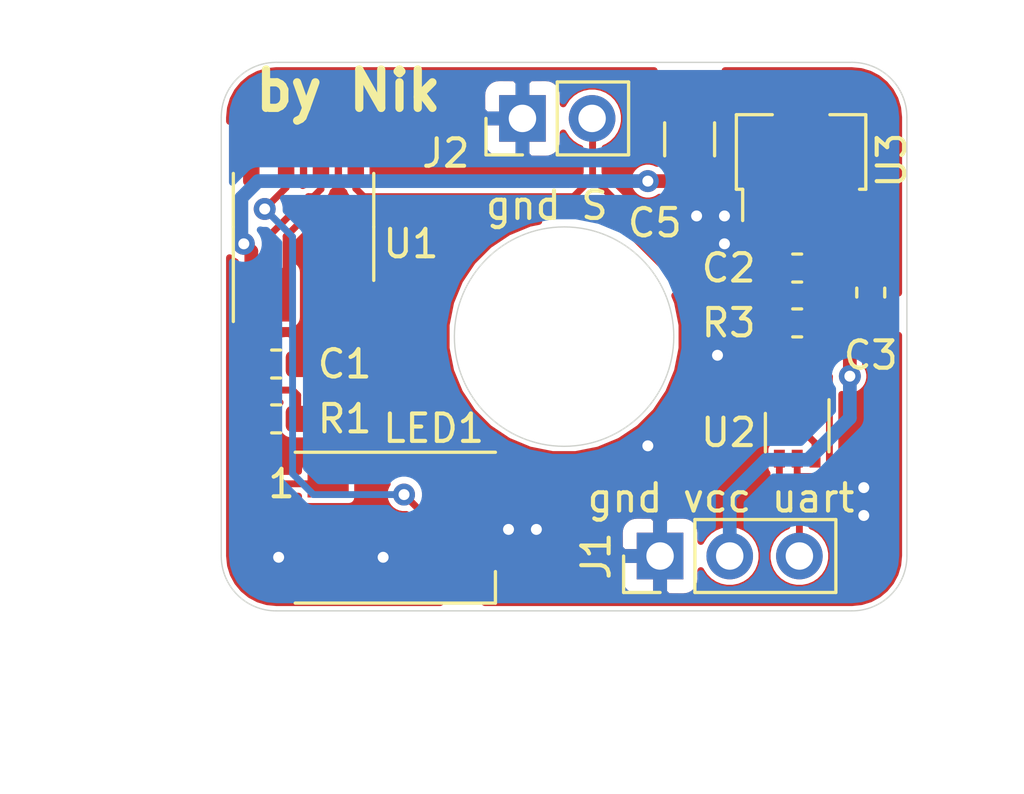
<source format=kicad_pcb>
(kicad_pcb (version 20171130) (host pcbnew 5.1.6)

  (general
    (thickness 1.6)
    (drawings 22)
    (tracks 122)
    (zones 0)
    (modules 12)
    (nets 11)
  )

  (page A4)
  (layers
    (0 F.Cu signal)
    (31 B.Cu signal)
    (32 B.Adhes user)
    (33 F.Adhes user)
    (34 B.Paste user)
    (35 F.Paste user)
    (36 B.SilkS user)
    (37 F.SilkS user)
    (38 B.Mask user)
    (39 F.Mask user)
    (40 Dwgs.User user)
    (41 Cmts.User user)
    (42 Eco1.User user)
    (43 Eco2.User user)
    (44 Edge.Cuts user)
    (45 Margin user)
    (46 B.CrtYd user)
    (47 F.CrtYd user)
    (48 B.Fab user)
    (49 F.Fab user hide)
  )

  (setup
    (last_trace_width 0.25)
    (user_trace_width 0.5)
    (user_trace_width 1)
    (trace_clearance 0.2)
    (zone_clearance 0.15)
    (zone_45_only no)
    (trace_min 0.2)
    (via_size 0.8)
    (via_drill 0.4)
    (via_min_size 0.4)
    (via_min_drill 0.3)
    (uvia_size 0.3)
    (uvia_drill 0.1)
    (uvias_allowed no)
    (uvia_min_size 0.2)
    (uvia_min_drill 0.1)
    (edge_width 0.05)
    (segment_width 0.2)
    (pcb_text_width 0.3)
    (pcb_text_size 1.5 1.5)
    (mod_edge_width 0.12)
    (mod_text_size 1 1)
    (mod_text_width 0.15)
    (pad_size 1.524 1.524)
    (pad_drill 0.762)
    (pad_to_mask_clearance 0.051)
    (solder_mask_min_width 0.25)
    (aux_axis_origin 0 0)
    (visible_elements FFFFFF7F)
    (pcbplotparams
      (layerselection 0x010fc_ffffffff)
      (usegerberextensions false)
      (usegerberattributes false)
      (usegerberadvancedattributes false)
      (creategerberjobfile false)
      (excludeedgelayer true)
      (linewidth 0.100000)
      (plotframeref false)
      (viasonmask false)
      (mode 1)
      (useauxorigin false)
      (hpglpennumber 1)
      (hpglpenspeed 20)
      (hpglpendiameter 15.000000)
      (psnegative false)
      (psa4output false)
      (plotreference true)
      (plotvalue true)
      (plotinvisibletext false)
      (padsonsilk false)
      (subtractmaskfromsilk false)
      (outputformat 1)
      (mirror false)
      (drillshape 0)
      (scaleselection 1)
      (outputdirectory "gerber/"))
  )

  (net 0 "")
  (net 1 VCC)
  (net 2 UART)
  (net 3 SENS+)
  (net 4 "Net-(R1-Pad2)")
  (net 5 "Net-(U1-Pad7)")
  (net 6 "Net-(U1-Pad3)")
  (net 7 "Net-(U1-Pad2)")
  (net 8 GND)
  (net 9 "Net-(LED1-Pad4)")
  (net 10 VBUS)

  (net_class Default "This is the default net class."
    (clearance 0.2)
    (trace_width 0.25)
    (via_dia 0.8)
    (via_drill 0.4)
    (uvia_dia 0.3)
    (uvia_drill 0.1)
    (add_net GND)
    (add_net "Net-(LED1-Pad4)")
    (add_net "Net-(R1-Pad2)")
    (add_net "Net-(U1-Pad2)")
    (add_net "Net-(U1-Pad3)")
    (add_net "Net-(U1-Pad7)")
    (add_net SENS+)
    (add_net UART)
    (add_net VBUS)
    (add_net VCC)
  )

  (module Package_TO_SOT_SMD:SOT-89-3 (layer F.Cu) (tedit 5C33D6E8) (tstamp 5F60CA76)
    (at 120.142 99.568 90)
    (descr "SOT-89-3, http://ww1.microchip.com/downloads/en/DeviceDoc/3L_SOT-89_MB_C04-029C.pdf")
    (tags SOT-89-3)
    (path /5DFE2EA8)
    (attr smd)
    (fp_text reference U3 (at 0 3.302 90) (layer F.SilkS)
      (effects (font (size 1 1) (thickness 0.15)))
    )
    (fp_text value L78L05_SOT89 (at 0.3 3.5 90) (layer F.Fab)
      (effects (font (size 1 1) (thickness 0.15)))
    )
    (fp_text user %R (at 0.5 0) (layer F.Fab)
      (effects (font (size 1 1) (thickness 0.15)))
    )
    (fp_line (start 1.66 1.05) (end 1.66 2.36) (layer F.SilkS) (width 0.12))
    (fp_line (start 1.66 2.36) (end -1.06 2.36) (layer F.SilkS) (width 0.12))
    (fp_line (start -2.2 -2.13) (end -1.06 -2.13) (layer F.SilkS) (width 0.12))
    (fp_line (start 1.66 -2.36) (end 1.66 -1.05) (layer F.SilkS) (width 0.12))
    (fp_line (start -0.95 -1.25) (end 0.05 -2.25) (layer F.Fab) (width 0.1))
    (fp_line (start 1.55 -2.25) (end 1.55 2.25) (layer F.Fab) (width 0.1))
    (fp_line (start 1.55 2.25) (end -0.95 2.25) (layer F.Fab) (width 0.1))
    (fp_line (start -0.95 2.25) (end -0.95 -1.25) (layer F.Fab) (width 0.1))
    (fp_line (start 0.05 -2.25) (end 1.55 -2.25) (layer F.Fab) (width 0.1))
    (fp_line (start 2.55 -2.5) (end 2.55 2.5) (layer F.CrtYd) (width 0.05))
    (fp_line (start 2.55 -2.5) (end -2.55 -2.5) (layer F.CrtYd) (width 0.05))
    (fp_line (start -2.55 2.5) (end 2.55 2.5) (layer F.CrtYd) (width 0.05))
    (fp_line (start -2.55 2.5) (end -2.55 -2.5) (layer F.CrtYd) (width 0.05))
    (fp_line (start -1.06 -2.36) (end 1.66 -2.36) (layer F.SilkS) (width 0.12))
    (fp_line (start -1.06 -2.36) (end -1.06 -2.13) (layer F.SilkS) (width 0.12))
    (fp_line (start -1.06 2.36) (end -1.06 2.13) (layer F.SilkS) (width 0.12))
    (pad 2 smd custom (at -1.5625 0 90) (size 1.475 0.9) (layers F.Cu F.Paste F.Mask)
      (net 8 GND) (zone_connect 2)
      (options (clearance outline) (anchor rect))
      (primitives
        (gr_poly (pts
           (xy 0.7375 -0.8665) (xy 3.8625 -0.8665) (xy 3.8625 0.8665) (xy 0.7375 0.8665)) (width 0))
      ))
    (pad 3 smd rect (at -1.65 1.5 90) (size 1.3 0.9) (layers F.Cu F.Paste F.Mask)
      (net 10 VBUS))
    (pad 1 smd rect (at -1.65 -1.5 90) (size 1.3 0.9) (layers F.Cu F.Paste F.Mask)
      (net 1 VCC))
    (model ${KISYS3DMOD}/Package_TO_SOT_SMD.3dshapes/SOT-89-3.wrl
      (at (xyz 0 0 0))
      (scale (xyz 1 1 1))
      (rotate (xyz 0 0 0))
    )
  )

  (module Capacitor_SMD:C_1206_3216Metric (layer F.Cu) (tedit 5B301BBE) (tstamp 5F60C940)
    (at 116.078 98.806 90)
    (descr "Capacitor SMD 1206 (3216 Metric), square (rectangular) end terminal, IPC_7351 nominal, (Body size source: http://www.tortai-tech.com/upload/download/2011102023233369053.pdf), generated with kicad-footprint-generator")
    (tags capacitor)
    (path /5DE9AEDB)
    (attr smd)
    (fp_text reference C5 (at -3.048 -1.27 180) (layer F.SilkS)
      (effects (font (size 1 1) (thickness 0.15)))
    )
    (fp_text value 10u (at 0 1.82 90) (layer F.Fab)
      (effects (font (size 1 1) (thickness 0.15)))
    )
    (fp_text user %R (at 0 0 90) (layer F.Fab)
      (effects (font (size 0.8 0.8) (thickness 0.12)))
    )
    (fp_line (start -1.6 0.8) (end -1.6 -0.8) (layer F.Fab) (width 0.1))
    (fp_line (start -1.6 -0.8) (end 1.6 -0.8) (layer F.Fab) (width 0.1))
    (fp_line (start 1.6 -0.8) (end 1.6 0.8) (layer F.Fab) (width 0.1))
    (fp_line (start 1.6 0.8) (end -1.6 0.8) (layer F.Fab) (width 0.1))
    (fp_line (start -0.602064 -0.91) (end 0.602064 -0.91) (layer F.SilkS) (width 0.12))
    (fp_line (start -0.602064 0.91) (end 0.602064 0.91) (layer F.SilkS) (width 0.12))
    (fp_line (start -2.28 1.12) (end -2.28 -1.12) (layer F.CrtYd) (width 0.05))
    (fp_line (start -2.28 -1.12) (end 2.28 -1.12) (layer F.CrtYd) (width 0.05))
    (fp_line (start 2.28 -1.12) (end 2.28 1.12) (layer F.CrtYd) (width 0.05))
    (fp_line (start 2.28 1.12) (end -2.28 1.12) (layer F.CrtYd) (width 0.05))
    (pad 2 smd roundrect (at 1.4 0 90) (size 1.25 1.75) (layers F.Cu F.Paste F.Mask) (roundrect_rratio 0.2)
      (net 8 GND))
    (pad 1 smd roundrect (at -1.4 0 90) (size 1.25 1.75) (layers F.Cu F.Paste F.Mask) (roundrect_rratio 0.2)
      (net 1 VCC))
    (model ${KISYS3DMOD}/Capacitor_SMD.3dshapes/C_1206_3216Metric.wrl
      (at (xyz 0 0 0))
      (scale (xyz 1 1 1))
      (rotate (xyz 0 0 0))
    )
  )

  (module Capacitor_SMD:C_0603_1608Metric (layer F.Cu) (tedit 5B301BBE) (tstamp 5F60C91E)
    (at 122.682 104.394 270)
    (descr "Capacitor SMD 0603 (1608 Metric), square (rectangular) end terminal, IPC_7351 nominal, (Body size source: http://www.tortai-tech.com/upload/download/2011102023233369053.pdf), generated with kicad-footprint-generator")
    (tags capacitor)
    (path /5DE9AEC8)
    (attr smd)
    (fp_text reference C3 (at 2.286 0 180) (layer F.SilkS)
      (effects (font (size 1 1) (thickness 0.15)))
    )
    (fp_text value 100n (at 0 1.43 90) (layer F.Fab)
      (effects (font (size 1 1) (thickness 0.15)))
    )
    (fp_text user %R (at 0 0 90) (layer F.Fab)
      (effects (font (size 0.4 0.4) (thickness 0.06)))
    )
    (fp_line (start -0.8 0.4) (end -0.8 -0.4) (layer F.Fab) (width 0.1))
    (fp_line (start -0.8 -0.4) (end 0.8 -0.4) (layer F.Fab) (width 0.1))
    (fp_line (start 0.8 -0.4) (end 0.8 0.4) (layer F.Fab) (width 0.1))
    (fp_line (start 0.8 0.4) (end -0.8 0.4) (layer F.Fab) (width 0.1))
    (fp_line (start -0.162779 -0.51) (end 0.162779 -0.51) (layer F.SilkS) (width 0.12))
    (fp_line (start -0.162779 0.51) (end 0.162779 0.51) (layer F.SilkS) (width 0.12))
    (fp_line (start -1.48 0.73) (end -1.48 -0.73) (layer F.CrtYd) (width 0.05))
    (fp_line (start -1.48 -0.73) (end 1.48 -0.73) (layer F.CrtYd) (width 0.05))
    (fp_line (start 1.48 -0.73) (end 1.48 0.73) (layer F.CrtYd) (width 0.05))
    (fp_line (start 1.48 0.73) (end -1.48 0.73) (layer F.CrtYd) (width 0.05))
    (pad 2 smd roundrect (at 0.7875 0 270) (size 0.875 0.95) (layers F.Cu F.Paste F.Mask) (roundrect_rratio 0.25)
      (net 8 GND))
    (pad 1 smd roundrect (at -0.7875 0 270) (size 0.875 0.95) (layers F.Cu F.Paste F.Mask) (roundrect_rratio 0.25)
      (net 10 VBUS))
    (model ${KISYS3DMOD}/Capacitor_SMD.3dshapes/C_0603_1608Metric.wrl
      (at (xyz 0 0 0))
      (scale (xyz 1 1 1))
      (rotate (xyz 0 0 0))
    )
  )

  (module LED_SMD:LED_WS2812B_PLCC4_5.0x5.0mm_P3.2mm (layer F.Cu) (tedit 5AA4B285) (tstamp 5E9ED87C)
    (at 105.3465 112.9665)
    (descr https://cdn-shop.adafruit.com/datasheets/WS2812B.pdf)
    (tags "LED RGB NeoPixel")
    (path /5E9ED4AD)
    (attr smd)
    (fp_text reference LED1 (at 1.397 -3.6195) (layer F.SilkS)
      (effects (font (size 1 1) (thickness 0.15)))
    )
    (fp_text value ws2812b (at 0 4) (layer F.Fab)
      (effects (font (size 1 1) (thickness 0.15)))
    )
    (fp_line (start 3.45 -2.75) (end -3.45 -2.75) (layer F.CrtYd) (width 0.05))
    (fp_line (start 3.45 2.75) (end 3.45 -2.75) (layer F.CrtYd) (width 0.05))
    (fp_line (start -3.45 2.75) (end 3.45 2.75) (layer F.CrtYd) (width 0.05))
    (fp_line (start -3.45 -2.75) (end -3.45 2.75) (layer F.CrtYd) (width 0.05))
    (fp_line (start 2.5 1.5) (end 1.5 2.5) (layer F.Fab) (width 0.1))
    (fp_line (start -2.5 -2.5) (end -2.5 2.5) (layer F.Fab) (width 0.1))
    (fp_line (start -2.5 2.5) (end 2.5 2.5) (layer F.Fab) (width 0.1))
    (fp_line (start 2.5 2.5) (end 2.5 -2.5) (layer F.Fab) (width 0.1))
    (fp_line (start 2.5 -2.5) (end -2.5 -2.5) (layer F.Fab) (width 0.1))
    (fp_line (start -3.65 -2.75) (end 3.65 -2.75) (layer F.SilkS) (width 0.12))
    (fp_line (start -3.65 2.75) (end 3.65 2.75) (layer F.SilkS) (width 0.12))
    (fp_line (start 3.65 2.75) (end 3.65 1.6) (layer F.SilkS) (width 0.12))
    (fp_circle (center 0 0) (end 0 -2) (layer F.Fab) (width 0.1))
    (fp_text user %R (at 0 0) (layer F.Fab)
      (effects (font (size 0.8 0.8) (thickness 0.15)))
    )
    (fp_text user 1 (at -4.15 -1.6) (layer F.SilkS)
      (effects (font (size 1 1) (thickness 0.15)))
    )
    (pad 1 smd rect (at -2.45 -1.6) (size 1.5 1) (layers F.Cu F.Paste F.Mask)
      (net 1 VCC))
    (pad 2 smd rect (at -2.45 1.6) (size 1.5 1) (layers F.Cu F.Paste F.Mask))
    (pad 4 smd rect (at 2.45 -1.6) (size 1.5 1) (layers F.Cu F.Paste F.Mask)
      (net 9 "Net-(LED1-Pad4)"))
    (pad 3 smd rect (at 2.45 1.6) (size 1.5 1) (layers F.Cu F.Paste F.Mask)
      (net 8 GND))
    (model ${KISYS3DMOD}/LED_SMD.3dshapes/LED_WS2812B_PLCC4_5.0x5.0mm_P3.2mm.wrl
      (at (xyz 0 0 0))
      (scale (xyz 1 1 1))
      (rotate (xyz 0 0 0))
    )
  )

  (module Capacitor_SMD:C_0603_1608Metric (layer F.Cu) (tedit 5B301BBE) (tstamp 5DD9E478)
    (at 120 103.5 180)
    (descr "Capacitor SMD 0603 (1608 Metric), square (rectangular) end terminal, IPC_7351 nominal, (Body size source: http://www.tortai-tech.com/upload/download/2011102023233369053.pdf), generated with kicad-footprint-generator")
    (tags capacitor)
    (path /5DDEF0D3)
    (attr smd)
    (fp_text reference C2 (at 2.5 0) (layer F.SilkS)
      (effects (font (size 1 1) (thickness 0.15)))
    )
    (fp_text value C (at 0 1.43) (layer F.Fab)
      (effects (font (size 1 1) (thickness 0.15)))
    )
    (fp_line (start 1.48 0.73) (end -1.48 0.73) (layer F.CrtYd) (width 0.05))
    (fp_line (start 1.48 -0.73) (end 1.48 0.73) (layer F.CrtYd) (width 0.05))
    (fp_line (start -1.48 -0.73) (end 1.48 -0.73) (layer F.CrtYd) (width 0.05))
    (fp_line (start -1.48 0.73) (end -1.48 -0.73) (layer F.CrtYd) (width 0.05))
    (fp_line (start -0.162779 0.51) (end 0.162779 0.51) (layer F.SilkS) (width 0.12))
    (fp_line (start -0.162779 -0.51) (end 0.162779 -0.51) (layer F.SilkS) (width 0.12))
    (fp_line (start 0.8 0.4) (end -0.8 0.4) (layer F.Fab) (width 0.1))
    (fp_line (start 0.8 -0.4) (end 0.8 0.4) (layer F.Fab) (width 0.1))
    (fp_line (start -0.8 -0.4) (end 0.8 -0.4) (layer F.Fab) (width 0.1))
    (fp_line (start -0.8 0.4) (end -0.8 -0.4) (layer F.Fab) (width 0.1))
    (fp_text user %R (at 0 0) (layer F.Fab)
      (effects (font (size 0.4 0.4) (thickness 0.06)))
    )
    (pad 1 smd roundrect (at -0.7875 0 180) (size 0.875 0.95) (layers F.Cu F.Paste F.Mask) (roundrect_rratio 0.25)
      (net 1 VCC))
    (pad 2 smd roundrect (at 0.7875 0 180) (size 0.875 0.95) (layers F.Cu F.Paste F.Mask) (roundrect_rratio 0.25)
      (net 8 GND))
    (model ${KISYS3DMOD}/Capacitor_SMD.3dshapes/C_0603_1608Metric.wrl
      (at (xyz 0 0 0))
      (scale (xyz 1 1 1))
      (rotate (xyz 0 0 0))
    )
  )

  (module Capacitor_SMD:C_0603_1608Metric (layer F.Cu) (tedit 5B301BBE) (tstamp 5DD9DBD0)
    (at 101 107)
    (descr "Capacitor SMD 0603 (1608 Metric), square (rectangular) end terminal, IPC_7351 nominal, (Body size source: http://www.tortai-tech.com/upload/download/2011102023233369053.pdf), generated with kicad-footprint-generator")
    (tags capacitor)
    (path /5DDE6C23)
    (attr smd)
    (fp_text reference C1 (at 2.5 0) (layer F.SilkS)
      (effects (font (size 1 1) (thickness 0.15)))
    )
    (fp_text value C (at 0 1.43) (layer F.Fab)
      (effects (font (size 1 1) (thickness 0.15)))
    )
    (fp_line (start 1.48 0.73) (end -1.48 0.73) (layer F.CrtYd) (width 0.05))
    (fp_line (start 1.48 -0.73) (end 1.48 0.73) (layer F.CrtYd) (width 0.05))
    (fp_line (start -1.48 -0.73) (end 1.48 -0.73) (layer F.CrtYd) (width 0.05))
    (fp_line (start -1.48 0.73) (end -1.48 -0.73) (layer F.CrtYd) (width 0.05))
    (fp_line (start -0.162779 0.51) (end 0.162779 0.51) (layer F.SilkS) (width 0.12))
    (fp_line (start -0.162779 -0.51) (end 0.162779 -0.51) (layer F.SilkS) (width 0.12))
    (fp_line (start 0.8 0.4) (end -0.8 0.4) (layer F.Fab) (width 0.1))
    (fp_line (start 0.8 -0.4) (end 0.8 0.4) (layer F.Fab) (width 0.1))
    (fp_line (start -0.8 -0.4) (end 0.8 -0.4) (layer F.Fab) (width 0.1))
    (fp_line (start -0.8 0.4) (end -0.8 -0.4) (layer F.Fab) (width 0.1))
    (fp_text user %R (at 0 0) (layer F.Fab)
      (effects (font (size 0.4 0.4) (thickness 0.06)))
    )
    (pad 1 smd roundrect (at -0.7875 0) (size 0.875 0.95) (layers F.Cu F.Paste F.Mask) (roundrect_rratio 0.25)
      (net 1 VCC))
    (pad 2 smd roundrect (at 0.7875 0) (size 0.875 0.95) (layers F.Cu F.Paste F.Mask) (roundrect_rratio 0.25)
      (net 8 GND))
    (model ${KISYS3DMOD}/Capacitor_SMD.3dshapes/C_0603_1608Metric.wrl
      (at (xyz 0 0 0))
      (scale (xyz 1 1 1))
      (rotate (xyz 0 0 0))
    )
  )

  (module Package_TO_SOT_SMD:SOT-363_SC-70-6 (layer F.Cu) (tedit 5A02FF57) (tstamp 5DD9D83A)
    (at 120 109.5 270)
    (descr "SOT-363, SC-70-6")
    (tags "SOT-363 SC-70-6")
    (path /5DD8382C)
    (attr smd)
    (fp_text reference U2 (at 0 2.5 180) (layer F.SilkS)
      (effects (font (size 1 1) (thickness 0.15)))
    )
    (fp_text value FSA3157P6X (at 0 2 270) (layer F.Fab)
      (effects (font (size 1 1) (thickness 0.15)))
    )
    (fp_line (start -0.175 -1.1) (end -0.675 -0.6) (layer F.Fab) (width 0.1))
    (fp_line (start 0.675 1.1) (end -0.675 1.1) (layer F.Fab) (width 0.1))
    (fp_line (start 0.675 -1.1) (end 0.675 1.1) (layer F.Fab) (width 0.1))
    (fp_line (start -1.6 1.4) (end 1.6 1.4) (layer F.CrtYd) (width 0.05))
    (fp_line (start -0.675 -0.6) (end -0.675 1.1) (layer F.Fab) (width 0.1))
    (fp_line (start 0.675 -1.1) (end -0.175 -1.1) (layer F.Fab) (width 0.1))
    (fp_line (start -1.6 -1.4) (end 1.6 -1.4) (layer F.CrtYd) (width 0.05))
    (fp_line (start -1.6 -1.4) (end -1.6 1.4) (layer F.CrtYd) (width 0.05))
    (fp_line (start 1.6 1.4) (end 1.6 -1.4) (layer F.CrtYd) (width 0.05))
    (fp_line (start -0.7 1.16) (end 0.7 1.16) (layer F.SilkS) (width 0.12))
    (fp_line (start 0.7 -1.16) (end -1.2 -1.16) (layer F.SilkS) (width 0.12))
    (fp_text user %R (at 0 0) (layer F.Fab)
      (effects (font (size 0.5 0.5) (thickness 0.075)))
    )
    (pad 1 smd rect (at -0.95 -0.65 270) (size 0.65 0.4) (layers F.Cu F.Paste F.Mask)
      (net 7 "Net-(U1-Pad2)"))
    (pad 3 smd rect (at -0.95 0.65 270) (size 0.65 0.4) (layers F.Cu F.Paste F.Mask)
      (net 6 "Net-(U1-Pad3)"))
    (pad 5 smd rect (at 0.95 0 270) (size 0.65 0.4) (layers F.Cu F.Paste F.Mask)
      (net 1 VCC))
    (pad 2 smd rect (at -0.95 0 270) (size 0.65 0.4) (layers F.Cu F.Paste F.Mask)
      (net 8 GND))
    (pad 4 smd rect (at 0.95 0.65 270) (size 0.65 0.4) (layers F.Cu F.Paste F.Mask)
      (net 2 UART))
    (pad 6 smd rect (at 0.95 -0.65 270) (size 0.65 0.4) (layers F.Cu F.Paste F.Mask)
      (net 5 "Net-(U1-Pad7)"))
    (model ${KISYS3DMOD}/Package_TO_SOT_SMD.3dshapes/SOT-363_SC-70-6.wrl
      (at (xyz 0 0 0))
      (scale (xyz 1 1 1))
      (rotate (xyz 0 0 0))
    )
  )

  (module Package_SO:SOIC-8_3.9x4.9mm_P1.27mm (layer F.Cu) (tedit 5D9F72B1) (tstamp 5DD9D824)
    (at 102 102 90)
    (descr "SOIC, 8 Pin (JEDEC MS-012AA, https://www.analog.com/media/en/package-pcb-resources/package/pkg_pdf/soic_narrow-r/r_8.pdf), generated with kicad-footprint-generator ipc_gullwing_generator.py")
    (tags "SOIC SO")
    (path /5DD81A21)
    (attr smd)
    (fp_text reference U1 (at -0.616 3.918 180) (layer F.SilkS)
      (effects (font (size 1 1) (thickness 0.15)))
    )
    (fp_text value ATtiny202-SS (at 0 3.4 90) (layer F.Fab)
      (effects (font (size 1 1) (thickness 0.15)))
    )
    (fp_line (start 3.7 -2.7) (end -3.7 -2.7) (layer F.CrtYd) (width 0.05))
    (fp_line (start 3.7 2.7) (end 3.7 -2.7) (layer F.CrtYd) (width 0.05))
    (fp_line (start -3.7 2.7) (end 3.7 2.7) (layer F.CrtYd) (width 0.05))
    (fp_line (start -3.7 -2.7) (end -3.7 2.7) (layer F.CrtYd) (width 0.05))
    (fp_line (start -1.95 -1.475) (end -0.975 -2.45) (layer F.Fab) (width 0.1))
    (fp_line (start -1.95 2.45) (end -1.95 -1.475) (layer F.Fab) (width 0.1))
    (fp_line (start 1.95 2.45) (end -1.95 2.45) (layer F.Fab) (width 0.1))
    (fp_line (start 1.95 -2.45) (end 1.95 2.45) (layer F.Fab) (width 0.1))
    (fp_line (start -0.975 -2.45) (end 1.95 -2.45) (layer F.Fab) (width 0.1))
    (fp_line (start 0 -2.56) (end -3.45 -2.56) (layer F.SilkS) (width 0.12))
    (fp_line (start 0 -2.56) (end 1.95 -2.56) (layer F.SilkS) (width 0.12))
    (fp_line (start 0 2.56) (end -1.95 2.56) (layer F.SilkS) (width 0.12))
    (fp_line (start 0 2.56) (end 1.95 2.56) (layer F.SilkS) (width 0.12))
    (fp_text user %R (at 0 0 90) (layer F.Fab)
      (effects (font (size 0.98 0.98) (thickness 0.15)))
    )
    (pad 1 smd roundrect (at -2.475 -1.905 90) (size 1.95 0.6) (layers F.Cu F.Paste F.Mask) (roundrect_rratio 0.25)
      (net 1 VCC))
    (pad 2 smd roundrect (at -2.475 -0.635 90) (size 1.95 0.6) (layers F.Cu F.Paste F.Mask) (roundrect_rratio 0.25)
      (net 7 "Net-(U1-Pad2)"))
    (pad 3 smd roundrect (at -2.475 0.635 90) (size 1.95 0.6) (layers F.Cu F.Paste F.Mask) (roundrect_rratio 0.25)
      (net 6 "Net-(U1-Pad3)"))
    (pad 4 smd roundrect (at -2.475 1.905 90) (size 1.95 0.6) (layers F.Cu F.Paste F.Mask) (roundrect_rratio 0.25)
      (net 9 "Net-(LED1-Pad4)"))
    (pad 5 smd roundrect (at 2.475 1.905 90) (size 1.95 0.6) (layers F.Cu F.Paste F.Mask) (roundrect_rratio 0.25)
      (net 3 SENS+))
    (pad 6 smd roundrect (at 2.475 0.635 90) (size 1.95 0.6) (layers F.Cu F.Paste F.Mask) (roundrect_rratio 0.25)
      (net 4 "Net-(R1-Pad2)"))
    (pad 7 smd roundrect (at 2.475 -0.635 90) (size 1.95 0.6) (layers F.Cu F.Paste F.Mask) (roundrect_rratio 0.25)
      (net 5 "Net-(U1-Pad7)"))
    (pad 8 smd roundrect (at 2.475 -1.905 90) (size 1.95 0.6) (layers F.Cu F.Paste F.Mask) (roundrect_rratio 0.25)
      (net 8 GND))
    (model ${KISYS3DMOD}/Package_SO.3dshapes/SOIC-8_3.9x4.9mm_P1.27mm.wrl
      (at (xyz 0 0 0))
      (scale (xyz 1 1 1))
      (rotate (xyz 0 0 0))
    )
  )

  (module Resistor_SMD:R_0603_1608Metric (layer F.Cu) (tedit 5B301BBD) (tstamp 5DD9D80A)
    (at 120 105.5 180)
    (descr "Resistor SMD 0603 (1608 Metric), square (rectangular) end terminal, IPC_7351 nominal, (Body size source: http://www.tortai-tech.com/upload/download/2011102023233369053.pdf), generated with kicad-footprint-generator")
    (tags resistor)
    (path /5DDA62F9)
    (attr smd)
    (fp_text reference R3 (at 2.5 0) (layer F.SilkS)
      (effects (font (size 1 1) (thickness 0.15)))
    )
    (fp_text value 10k (at 0 1.43) (layer F.Fab)
      (effects (font (size 1 1) (thickness 0.15)))
    )
    (fp_line (start -0.8 0.4) (end -0.8 -0.4) (layer F.Fab) (width 0.1))
    (fp_line (start -0.8 -0.4) (end 0.8 -0.4) (layer F.Fab) (width 0.1))
    (fp_line (start 0.8 -0.4) (end 0.8 0.4) (layer F.Fab) (width 0.1))
    (fp_line (start 0.8 0.4) (end -0.8 0.4) (layer F.Fab) (width 0.1))
    (fp_line (start -0.162779 -0.51) (end 0.162779 -0.51) (layer F.SilkS) (width 0.12))
    (fp_line (start -0.162779 0.51) (end 0.162779 0.51) (layer F.SilkS) (width 0.12))
    (fp_line (start -1.48 0.73) (end -1.48 -0.73) (layer F.CrtYd) (width 0.05))
    (fp_line (start -1.48 -0.73) (end 1.48 -0.73) (layer F.CrtYd) (width 0.05))
    (fp_line (start 1.48 -0.73) (end 1.48 0.73) (layer F.CrtYd) (width 0.05))
    (fp_line (start 1.48 0.73) (end -1.48 0.73) (layer F.CrtYd) (width 0.05))
    (fp_text user %R (at 0 0) (layer F.Fab)
      (effects (font (size 0.4 0.4) (thickness 0.06)))
    )
    (pad 2 smd roundrect (at 0.7875 0 180) (size 0.875 0.95) (layers F.Cu F.Paste F.Mask) (roundrect_rratio 0.25)
      (net 3 SENS+))
    (pad 1 smd roundrect (at -0.7875 0 180) (size 0.875 0.95) (layers F.Cu F.Paste F.Mask) (roundrect_rratio 0.25)
      (net 1 VCC))
    (model ${KISYS3DMOD}/Resistor_SMD.3dshapes/R_0603_1608Metric.wrl
      (at (xyz 0 0 0))
      (scale (xyz 1 1 1))
      (rotate (xyz 0 0 0))
    )
  )

  (module Resistor_SMD:R_0603_1608Metric (layer F.Cu) (tedit 5B301BBD) (tstamp 5DD9D7E8)
    (at 101 109)
    (descr "Resistor SMD 0603 (1608 Metric), square (rectangular) end terminal, IPC_7351 nominal, (Body size source: http://www.tortai-tech.com/upload/download/2011102023233369053.pdf), generated with kicad-footprint-generator")
    (tags resistor)
    (path /5DD95D9E)
    (attr smd)
    (fp_text reference R1 (at 2.5 0) (layer F.SilkS)
      (effects (font (size 1 1) (thickness 0.15)))
    )
    (fp_text value 10k (at 0 1.43) (layer F.Fab)
      (effects (font (size 1 1) (thickness 0.15)))
    )
    (fp_line (start -0.8 0.4) (end -0.8 -0.4) (layer F.Fab) (width 0.1))
    (fp_line (start -0.8 -0.4) (end 0.8 -0.4) (layer F.Fab) (width 0.1))
    (fp_line (start 0.8 -0.4) (end 0.8 0.4) (layer F.Fab) (width 0.1))
    (fp_line (start 0.8 0.4) (end -0.8 0.4) (layer F.Fab) (width 0.1))
    (fp_line (start -0.162779 -0.51) (end 0.162779 -0.51) (layer F.SilkS) (width 0.12))
    (fp_line (start -0.162779 0.51) (end 0.162779 0.51) (layer F.SilkS) (width 0.12))
    (fp_line (start -1.48 0.73) (end -1.48 -0.73) (layer F.CrtYd) (width 0.05))
    (fp_line (start -1.48 -0.73) (end 1.48 -0.73) (layer F.CrtYd) (width 0.05))
    (fp_line (start 1.48 -0.73) (end 1.48 0.73) (layer F.CrtYd) (width 0.05))
    (fp_line (start 1.48 0.73) (end -1.48 0.73) (layer F.CrtYd) (width 0.05))
    (fp_text user %R (at 0 0) (layer F.Fab)
      (effects (font (size 0.4 0.4) (thickness 0.06)))
    )
    (pad 2 smd roundrect (at 0.7875 0) (size 0.875 0.95) (layers F.Cu F.Paste F.Mask) (roundrect_rratio 0.25)
      (net 4 "Net-(R1-Pad2)"))
    (pad 1 smd roundrect (at -0.7875 0) (size 0.875 0.95) (layers F.Cu F.Paste F.Mask) (roundrect_rratio 0.25)
      (net 1 VCC))
    (model ${KISYS3DMOD}/Resistor_SMD.3dshapes/R_0603_1608Metric.wrl
      (at (xyz 0 0 0))
      (scale (xyz 1 1 1))
      (rotate (xyz 0 0 0))
    )
  )

  (module Connector_PinHeader_2.54mm:PinHeader_1x02_P2.54mm_Vertical (layer F.Cu) (tedit 59FED5CC) (tstamp 5DD9DF27)
    (at 109.982 98.044 90)
    (descr "Through hole straight pin header, 1x02, 2.54mm pitch, single row")
    (tags "Through hole pin header THT 1x02 2.54mm single row")
    (path /5DDAEB83)
    (fp_text reference J2 (at -1.27 -2.794 180) (layer F.SilkS)
      (effects (font (size 1 1) (thickness 0.15)))
    )
    (fp_text value Conn_01x02 (at 0 4.87 90) (layer F.Fab)
      (effects (font (size 1 1) (thickness 0.15)))
    )
    (fp_line (start 1.8 -1.8) (end -1.8 -1.8) (layer F.CrtYd) (width 0.05))
    (fp_line (start 1.8 4.35) (end 1.8 -1.8) (layer F.CrtYd) (width 0.05))
    (fp_line (start -1.8 4.35) (end 1.8 4.35) (layer F.CrtYd) (width 0.05))
    (fp_line (start -1.8 -1.8) (end -1.8 4.35) (layer F.CrtYd) (width 0.05))
    (fp_line (start -1.33 -1.33) (end 0 -1.33) (layer F.SilkS) (width 0.12))
    (fp_line (start -1.33 0) (end -1.33 -1.33) (layer F.SilkS) (width 0.12))
    (fp_line (start -1.33 1.27) (end 1.33 1.27) (layer F.SilkS) (width 0.12))
    (fp_line (start 1.33 1.27) (end 1.33 3.87) (layer F.SilkS) (width 0.12))
    (fp_line (start -1.33 1.27) (end -1.33 3.87) (layer F.SilkS) (width 0.12))
    (fp_line (start -1.33 3.87) (end 1.33 3.87) (layer F.SilkS) (width 0.12))
    (fp_line (start -1.27 -0.635) (end -0.635 -1.27) (layer F.Fab) (width 0.1))
    (fp_line (start -1.27 3.81) (end -1.27 -0.635) (layer F.Fab) (width 0.1))
    (fp_line (start 1.27 3.81) (end -1.27 3.81) (layer F.Fab) (width 0.1))
    (fp_line (start 1.27 -1.27) (end 1.27 3.81) (layer F.Fab) (width 0.1))
    (fp_line (start -0.635 -1.27) (end 1.27 -1.27) (layer F.Fab) (width 0.1))
    (fp_text user %R (at 0 1.27) (layer F.Fab)
      (effects (font (size 1 1) (thickness 0.15)))
    )
    (pad 1 thru_hole rect (at 0 0 90) (size 1.7 1.7) (drill 1) (layers *.Cu *.Mask)
      (net 8 GND))
    (pad 2 thru_hole oval (at 0 2.54 90) (size 1.7 1.7) (drill 1) (layers *.Cu *.Mask)
      (net 3 SENS+))
  )

  (module Connector_PinHeader_2.54mm:PinHeader_1x03_P2.54mm_Vertical (layer F.Cu) (tedit 59FED5CC) (tstamp 5DD9D7AB)
    (at 115 114 90)
    (descr "Through hole straight pin header, 1x03, 2.54mm pitch, single row")
    (tags "Through hole pin header THT 1x03 2.54mm single row")
    (path /5DDAC211)
    (fp_text reference J1 (at 0 -2.33 90) (layer F.SilkS)
      (effects (font (size 1 1) (thickness 0.15)))
    )
    (fp_text value Conn_01x03 (at 0 7.41 90) (layer F.Fab)
      (effects (font (size 1 1) (thickness 0.15)))
    )
    (fp_line (start 1.8 -1.8) (end -1.8 -1.8) (layer F.CrtYd) (width 0.05))
    (fp_line (start 1.8 6.85) (end 1.8 -1.8) (layer F.CrtYd) (width 0.05))
    (fp_line (start -1.8 6.85) (end 1.8 6.85) (layer F.CrtYd) (width 0.05))
    (fp_line (start -1.8 -1.8) (end -1.8 6.85) (layer F.CrtYd) (width 0.05))
    (fp_line (start -1.33 -1.33) (end 0 -1.33) (layer F.SilkS) (width 0.12))
    (fp_line (start -1.33 0) (end -1.33 -1.33) (layer F.SilkS) (width 0.12))
    (fp_line (start -1.33 1.27) (end 1.33 1.27) (layer F.SilkS) (width 0.12))
    (fp_line (start 1.33 1.27) (end 1.33 6.41) (layer F.SilkS) (width 0.12))
    (fp_line (start -1.33 1.27) (end -1.33 6.41) (layer F.SilkS) (width 0.12))
    (fp_line (start -1.33 6.41) (end 1.33 6.41) (layer F.SilkS) (width 0.12))
    (fp_line (start -1.27 -0.635) (end -0.635 -1.27) (layer F.Fab) (width 0.1))
    (fp_line (start -1.27 6.35) (end -1.27 -0.635) (layer F.Fab) (width 0.1))
    (fp_line (start 1.27 6.35) (end -1.27 6.35) (layer F.Fab) (width 0.1))
    (fp_line (start 1.27 -1.27) (end 1.27 6.35) (layer F.Fab) (width 0.1))
    (fp_line (start -0.635 -1.27) (end 1.27 -1.27) (layer F.Fab) (width 0.1))
    (fp_text user %R (at 0 2.54) (layer F.Fab)
      (effects (font (size 1 1) (thickness 0.15)))
    )
    (pad 1 thru_hole rect (at 0 0 90) (size 1.7 1.7) (drill 1) (layers *.Cu *.Mask)
      (net 8 GND))
    (pad 2 thru_hole oval (at 0 2.54 90) (size 1.7 1.7) (drill 1) (layers *.Cu *.Mask)
      (net 10 VBUS))
    (pad 3 thru_hole oval (at 0 5.08 90) (size 1.7 1.7) (drill 1) (layers *.Cu *.Mask)
      (net 2 UART))
  )

  (gr_text "gnd vcc uart" (at 117.221 111.887) (layer F.SilkS)
    (effects (font (size 1 1) (thickness 0.15)))
  )
  (gr_text "gnd S" (at 110.871 101.219) (layer F.SilkS)
    (effects (font (size 1 1) (thickness 0.15)))
  )
  (gr_text "by Nik" (at 103.632 97.028) (layer F.SilkS)
    (effects (font (size 1.4 1.4) (thickness 0.3)))
  )
  (gr_circle (center 111.5 106) (end 111.5 110) (layer Edge.Cuts) (width 0.05))
  (gr_circle (center 111.5 106) (end 111.5 110) (layer Margin) (width 0.15))
  (gr_arc (start 101 98) (end 99.211147 97.105574) (angle -26.56505118) (layer Margin) (width 0.15))
  (gr_arc (start 101 98) (end 101 96) (angle -63.43494882) (layer Margin) (width 0.15))
  (gr_arc (start 101 114) (end 99 114) (angle -90) (layer Margin) (width 0.15))
  (gr_arc (start 122 114) (end 122 116) (angle -90) (layer Margin) (width 0.15))
  (gr_arc (start 122 98) (end 124 98) (angle -90) (layer Margin) (width 0.15))
  (gr_line (start 99 114) (end 99 98) (layer Margin) (width 0.15))
  (gr_line (start 122 116) (end 101 116) (layer Margin) (width 0.15))
  (gr_line (start 124 98) (end 124 114) (layer Margin) (width 0.15))
  (gr_line (start 101 96) (end 122 96) (layer Margin) (width 0.15))
  (gr_arc (start 101 98) (end 101 96) (angle -90) (layer Edge.Cuts) (width 0.05))
  (gr_arc (start 101 114) (end 99 114) (angle -90) (layer Edge.Cuts) (width 0.05))
  (gr_arc (start 122 114) (end 122 116) (angle -90) (layer Edge.Cuts) (width 0.05))
  (gr_arc (start 122 98) (end 124 98) (angle -90) (layer Edge.Cuts) (width 0.05))
  (gr_line (start 99 114) (end 99 98) (layer Edge.Cuts) (width 0.05))
  (gr_line (start 122 116) (end 101 116) (layer Edge.Cuts) (width 0.05))
  (gr_line (start 124 98) (end 124 114) (layer Edge.Cuts) (width 0.05))
  (gr_line (start 101 96) (end 122 96) (layer Edge.Cuts) (width 0.05))

  (segment (start 100.2125 109) (end 100.2125 107) (width 0.25) (layer F.Cu) (net 1))
  (segment (start 100.2125 104.5925) (end 100.095 104.475) (width 0.25) (layer F.Cu) (net 1))
  (segment (start 100.2125 107) (end 100.2125 104.5925) (width 0.25) (layer F.Cu) (net 1))
  (segment (start 102.8965 111.3665) (end 100.8255 111.3665) (width 0.25) (layer F.Cu) (net 1))
  (segment (start 100.8255 111.3665) (end 100.203 110.744) (width 0.25) (layer F.Cu) (net 1))
  (segment (start 100.2125 109) (end 100.203 110.744) (width 0.25) (layer F.Cu) (net 1))
  (segment (start 117.63 100.206) (end 118.642 101.218) (width 0.5) (layer F.Cu) (net 1))
  (segment (start 116.078 100.206) (end 117.63 100.206) (width 0.5) (layer F.Cu) (net 1))
  (segment (start 118.642 102.368) (end 118.642 101.218) (width 0.5) (layer F.Cu) (net 1))
  (segment (start 118.84899 102.57499) (end 118.642 102.368) (width 0.5) (layer F.Cu) (net 1))
  (segment (start 119.86249 102.57499) (end 118.84899 102.57499) (width 0.5) (layer F.Cu) (net 1))
  (segment (start 120.7875 103.5) (end 119.86249 102.57499) (width 0.5) (layer F.Cu) (net 1))
  (via (at 99.822 102.616) (size 0.8) (drill 0.4) (layers F.Cu B.Cu) (net 1))
  (segment (start 100.095 102.889) (end 99.822 102.616) (width 0.5) (layer F.Cu) (net 1))
  (segment (start 100.095 104.475) (end 100.095 102.889) (width 0.5) (layer F.Cu) (net 1))
  (via (at 114.554 100.33) (size 0.8) (drill 0.4) (layers F.Cu B.Cu) (net 1))
  (segment (start 100.341998 100.33) (end 114.554 100.33) (width 0.5) (layer B.Cu) (net 1))
  (segment (start 99.733999 100.937999) (end 100.341998 100.33) (width 0.5) (layer B.Cu) (net 1))
  (segment (start 99.733999 102.527999) (end 99.733999 100.937999) (width 0.5) (layer B.Cu) (net 1))
  (segment (start 99.822 102.616) (end 99.733999 102.527999) (width 0.5) (layer B.Cu) (net 1))
  (segment (start 115.954 100.33) (end 116.078 100.206) (width 0.5) (layer F.Cu) (net 1))
  (segment (start 114.554 100.33) (end 115.954 100.33) (width 0.5) (layer F.Cu) (net 1))
  (segment (start 121.175001 107.459001) (end 120.7875 107.0715) (width 0.25) (layer F.Cu) (net 1))
  (segment (start 121.175001 111.035001) (end 121.175001 107.459001) (width 0.25) (layer F.Cu) (net 1))
  (segment (start 121.110001 111.100001) (end 121.175001 111.035001) (width 0.25) (layer F.Cu) (net 1))
  (segment (start 120.075001 111.100001) (end 121.110001 111.100001) (width 0.25) (layer F.Cu) (net 1))
  (segment (start 120 111.025) (end 120.075001 111.100001) (width 0.25) (layer F.Cu) (net 1))
  (segment (start 120 110.45) (end 120 111.025) (width 0.25) (layer F.Cu) (net 1))
  (segment (start 120.7875 107.0715) (end 120.7875 105.5) (width 0.25) (layer F.Cu) (net 1))
  (segment (start 120.7875 105.5) (end 120.7875 103.5) (width 0.5) (layer F.Cu) (net 1))
  (segment (start 119.35 110.45) (end 119.35 111.476) (width 0.25) (layer F.Cu) (net 2))
  (segment (start 120.08 112.206) (end 120.08 114) (width 0.25) (layer F.Cu) (net 2))
  (segment (start 119.35 111.476) (end 120.08 112.206) (width 0.25) (layer F.Cu) (net 2))
  (segment (start 118.775 105.5) (end 119.2125 105.5) (width 0.25) (layer F.Cu) (net 3))
  (segment (start 117.837919 105.5) (end 118.775 105.5) (width 0.25) (layer F.Cu) (net 3))
  (segment (start 112.54 100.202081) (end 117.837919 105.5) (width 0.25) (layer F.Cu) (net 3))
  (segment (start 112.54 99) (end 112.54 100.202081) (width 0.25) (layer F.Cu) (net 3))
  (segment (start 112.54 98.062) (end 112.522 98.044) (width 0.25) (layer F.Cu) (net 3))
  (segment (start 112.54 99) (end 112.54 98.062) (width 0.25) (layer F.Cu) (net 3))
  (segment (start 103.905 99.525) (end 103.905 100.603) (width 0.25) (layer F.Cu) (net 3))
  (segment (start 103.905 100.603) (end 104.19799 100.89599) (width 0.25) (layer F.Cu) (net 3))
  (segment (start 111.846091 100.89599) (end 112.54 100.202081) (width 0.25) (layer F.Cu) (net 3))
  (segment (start 104.19799 100.89599) (end 111.846091 100.89599) (width 0.25) (layer F.Cu) (net 3))
  (segment (start 100.72001 102.35158) (end 102.175599 100.895991) (width 0.25) (layer F.Cu) (net 4))
  (segment (start 100.72001 106.05401) (end 100.72001 102.35158) (width 0.25) (layer F.Cu) (net 4))
  (segment (start 100.97501 106.30901) (end 100.72001 106.05401) (width 0.25) (layer F.Cu) (net 4))
  (segment (start 101.7875 108.1375) (end 101.6 107.95) (width 0.25) (layer F.Cu) (net 4))
  (segment (start 102.635 100.62299) (end 102.635 99.525) (width 0.25) (layer F.Cu) (net 4))
  (segment (start 101.7875 109) (end 101.7875 108.1375) (width 0.25) (layer F.Cu) (net 4))
  (segment (start 102.175599 100.895991) (end 102.362 100.89599) (width 0.25) (layer F.Cu) (net 4))
  (segment (start 101.6 107.95) (end 101.092 107.95) (width 0.25) (layer F.Cu) (net 4))
  (segment (start 100.97501 107.83301) (end 100.97501 106.30901) (width 0.25) (layer F.Cu) (net 4))
  (segment (start 102.362 100.89599) (end 102.635 100.62299) (width 0.25) (layer F.Cu) (net 4))
  (segment (start 101.092 107.95) (end 100.97501 107.83301) (width 0.25) (layer F.Cu) (net 4))
  (segment (start 120.65 109.875) (end 120.249 109.474) (width 0.25) (layer F.Cu) (net 5))
  (segment (start 120.65 110.45) (end 120.65 109.875) (width 0.25) (layer F.Cu) (net 5))
  (segment (start 116.96841 109.474) (end 114.7404 111.70201) (width 0.25) (layer F.Cu) (net 5))
  (segment (start 120.249 109.474) (end 116.96841 109.474) (width 0.25) (layer F.Cu) (net 5))
  (segment (start 114.7404 111.70201) (end 109.78599 111.70201) (width 0.25) (layer F.Cu) (net 5))
  (segment (start 109.728988 111.70201) (end 109.162998 112.268) (width 0.25) (layer F.Cu) (net 5))
  (segment (start 109.78599 111.70201) (end 109.728988 111.70201) (width 0.25) (layer F.Cu) (net 5))
  (via (at 105.664 111.76) (size 0.8) (drill 0.4) (layers F.Cu B.Cu) (net 5))
  (segment (start 106.172 112.268) (end 105.664 111.76) (width 0.25) (layer F.Cu) (net 5))
  (segment (start 109.162998 112.268) (end 106.172 112.268) (width 0.25) (layer F.Cu) (net 5))
  (segment (start 105.664 111.76) (end 102.362 111.76) (width 0.25) (layer B.Cu) (net 5))
  (segment (start 102.362 111.76) (end 101.6 110.998) (width 0.25) (layer B.Cu) (net 5))
  (via (at 100.584 101.346) (size 0.8) (drill 0.4) (layers F.Cu B.Cu) (net 5))
  (segment (start 101.6 102.362) (end 100.584 101.346) (width 0.25) (layer B.Cu) (net 5))
  (segment (start 101.6 110.998) (end 101.6 102.362) (width 0.25) (layer B.Cu) (net 5))
  (segment (start 101.365 100.565) (end 101.365 99.525) (width 0.25) (layer F.Cu) (net 5))
  (segment (start 100.584 101.346) (end 101.365 100.565) (width 0.25) (layer F.Cu) (net 5))
  (segment (start 102.96001 103.17499) (end 102.635 103.5) (width 0.25) (layer F.Cu) (net 6))
  (segment (start 114.554 111.252) (end 109.728 111.252) (width 0.25) (layer F.Cu) (net 6))
  (segment (start 119.126 107.751) (end 118.055 107.751) (width 0.25) (layer F.Cu) (net 6))
  (segment (start 119.35 107.975) (end 119.126 107.751) (width 0.25) (layer F.Cu) (net 6))
  (segment (start 104.251758 103.17499) (end 102.96001 103.17499) (width 0.25) (layer F.Cu) (net 6))
  (segment (start 118.055 107.751) (end 114.554 111.252) (width 0.25) (layer F.Cu) (net 6))
  (segment (start 119.35 108.55) (end 119.35 107.975) (width 0.25) (layer F.Cu) (net 6))
  (segment (start 102.635 103.5) (end 102.635 104.475) (width 0.25) (layer F.Cu) (net 6))
  (segment (start 109.728 111.252) (end 108.712 110.236) (width 0.25) (layer F.Cu) (net 6))
  (segment (start 106.934 110.236) (end 104.902 108.204) (width 0.25) (layer F.Cu) (net 6))
  (segment (start 104.902 108.204) (end 104.902 103.825232) (width 0.25) (layer F.Cu) (net 6))
  (segment (start 108.712 110.236) (end 106.934 110.236) (width 0.25) (layer F.Cu) (net 6))
  (segment (start 104.902 103.825232) (end 104.251758 103.17499) (width 0.25) (layer F.Cu) (net 6))
  (segment (start 101.365 102.343) (end 101.365 103.5) (width 0.25) (layer F.Cu) (net 7))
  (segment (start 101.365 103.5) (end 101.365 104.475) (width 0.25) (layer F.Cu) (net 7))
  (segment (start 102.362 101.346) (end 101.365 102.343) (width 0.25) (layer F.Cu) (net 7))
  (segment (start 113.00303 101.346) (end 102.362 101.346) (width 0.25) (layer F.Cu) (net 7))
  (segment (start 120.142 106.426) (end 118.11 106.426) (width 0.25) (layer F.Cu) (net 7))
  (segment (start 120.33749 106.62149) (end 120.142 106.426) (width 0.25) (layer F.Cu) (net 7))
  (segment (start 118.11 106.426) (end 113.00303 101.346) (width 0.25) (layer F.Cu) (net 7))
  (segment (start 120.65 107.57041) (end 120.33749 107.2579) (width 0.25) (layer F.Cu) (net 7))
  (segment (start 120.65 108.55) (end 120.65 107.57041) (width 0.25) (layer F.Cu) (net 7))
  (segment (start 120.33749 107.2579) (end 120.33749 106.62149) (width 0.25) (layer F.Cu) (net 7))
  (via (at 109.474 113.03) (size 0.8) (drill 0.4) (layers F.Cu B.Cu) (net 8))
  (via (at 110.49 113.03) (size 0.8) (drill 0.4) (layers F.Cu B.Cu) (net 8))
  (via (at 122.428 112.522) (size 0.8) (drill 0.4) (layers F.Cu B.Cu) (net 8))
  (via (at 122.428 111.506) (size 0.8) (drill 0.4) (layers F.Cu B.Cu) (net 8))
  (via (at 117.348 101.6) (size 0.8) (drill 0.4) (layers F.Cu B.Cu) (net 8))
  (via (at 117.348 102.616) (size 0.8) (drill 0.4) (layers F.Cu B.Cu) (net 8))
  (via (at 116.332 101.6) (size 0.8) (drill 0.4) (layers F.Cu B.Cu) (net 8))
  (via (at 104.902 114.046) (size 0.8) (drill 0.4) (layers F.Cu B.Cu) (net 8))
  (via (at 101.092 114.046) (size 0.8) (drill 0.4) (layers F.Cu B.Cu) (net 8))
  (via (at 117.094 106.68) (size 0.8) (drill 0.4) (layers F.Cu B.Cu) (net 8))
  (via (at 114.554 109.982) (size 0.8) (drill 0.4) (layers F.Cu B.Cu) (net 8))
  (segment (start 106.41491 111.3665) (end 105.9649 110.91649) (width 0.25) (layer F.Cu) (net 9))
  (segment (start 107.7965 111.3665) (end 106.41491 111.3665) (width 0.25) (layer F.Cu) (net 9))
  (segment (start 105.9649 110.91649) (end 104.94749 110.91649) (width 0.25) (layer F.Cu) (net 9))
  (segment (start 103.905 109.874) (end 103.905 104.475) (width 0.25) (layer F.Cu) (net 9))
  (segment (start 104.94749 110.91649) (end 103.905 109.874) (width 0.25) (layer F.Cu) (net 9))
  (segment (start 121.642 102.5665) (end 122.682 103.6065) (width 0.5) (layer F.Cu) (net 10))
  (segment (start 121.642 101.218) (end 121.642 102.5665) (width 0.5) (layer F.Cu) (net 10))
  (segment (start 122.682 103.6065) (end 121.75699 104.53151) (width 0.5) (layer F.Cu) (net 10))
  (segment (start 120.396 110.49) (end 118.872 110.49) (width 0.5) (layer B.Cu) (net 10))
  (segment (start 117.54 111.822) (end 117.54 114) (width 0.5) (layer B.Cu) (net 10))
  (segment (start 118.872 110.49) (end 117.54 111.822) (width 0.5) (layer B.Cu) (net 10))
  (segment (start 121.75699 104.53151) (end 121.75699 105.75499) (width 0.5) (layer F.Cu) (net 10))
  (via (at 121.92 107.442) (size 0.8) (drill 0.4) (layers F.Cu B.Cu) (net 10))
  (segment (start 121.92 108.966) (end 121.92 107.442) (width 0.5) (layer B.Cu) (net 10))
  (segment (start 121.92 108.966) (end 120.396 110.49) (width 0.5) (layer B.Cu) (net 10))
  (segment (start 121.92 105.918) (end 121.75699 105.75499) (width 0.5) (layer F.Cu) (net 10))
  (segment (start 121.92 107.442) (end 121.92 105.918) (width 0.5) (layer F.Cu) (net 10))

  (zone (net 8) (net_name GND) (layer F.Cu) (tstamp 5DD976B0) (hatch edge 0.508)
    (connect_pads (clearance 0.15))
    (min_thickness 0.254)
    (fill yes (arc_segments 32) (thermal_gap 0.508) (thermal_bridge_width 0.508))
    (polygon
      (pts
        (xy 127.508 121.158) (xy 94.996 119.126) (xy 98.044 94.488) (xy 126.746 94.488)
      )
    )
    (filled_polygon
      (pts
        (xy 110.24539 101.864104) (xy 109.462623 102.188336) (xy 108.758152 102.659049) (xy 108.159049 103.258152) (xy 107.688336 103.962623)
        (xy 107.364104 104.74539) (xy 107.198812 105.57637) (xy 107.198812 106.42363) (xy 107.364104 107.25461) (xy 107.688336 108.037377)
        (xy 108.159049 108.741848) (xy 108.758152 109.340951) (xy 109.462623 109.811664) (xy 110.24539 110.135896) (xy 111.07637 110.301188)
        (xy 111.92363 110.301188) (xy 112.75461 110.135896) (xy 113.537377 109.811664) (xy 114.241848 109.340951) (xy 114.840951 108.741848)
        (xy 115.311664 108.037377) (xy 115.635896 107.25461) (xy 115.801188 106.42363) (xy 115.801188 105.57637) (xy 115.635896 104.74539)
        (xy 115.535234 104.50237) (xy 117.775068 106.730376) (xy 117.788841 106.747159) (xy 117.806551 106.761693) (xy 117.806977 106.762117)
        (xy 117.823731 106.775793) (xy 117.857667 106.803643) (xy 117.8582 106.803928) (xy 117.858667 106.804309) (xy 117.897345 106.824851)
        (xy 117.93619 106.845614) (xy 117.93677 106.84579) (xy 117.937301 106.846072) (xy 117.979301 106.858691) (xy 118.021393 106.87146)
        (xy 118.021993 106.871519) (xy 118.022572 106.871693) (xy 118.066233 106.875876) (xy 118.087795 106.878) (xy 118.088397 106.878)
        (xy 118.111202 106.880185) (xy 118.132802 106.878) (xy 119.885491 106.878) (xy 119.88549 107.235694) (xy 119.883303 107.2579)
        (xy 119.89203 107.346507) (xy 119.90603 107.392659) (xy 119.917876 107.431709) (xy 119.959847 107.510232) (xy 120.016331 107.579059)
        (xy 120.03359 107.593223) (xy 120.131058 107.690692) (xy 120.073 107.74875) (xy 120.073 108.423) (xy 120.121418 108.423)
        (xy 120.121418 108.677) (xy 120.073 108.677) (xy 120.073 108.697) (xy 119.927 108.697) (xy 119.927 108.677)
        (xy 119.878582 108.677) (xy 119.878582 108.423) (xy 119.927 108.423) (xy 119.927 107.74875) (xy 119.76825 107.59)
        (xy 119.660098 107.602454) (xy 119.627464 107.613241) (xy 119.461323 107.4471) (xy 119.447159 107.429841) (xy 119.378333 107.373357)
        (xy 119.29981 107.331386) (xy 119.214607 107.30554) (xy 119.148205 107.299) (xy 119.126 107.296813) (xy 119.103795 107.299)
        (xy 118.077205 107.299) (xy 118.055 107.296813) (xy 117.966392 107.30554) (xy 117.914904 107.321159) (xy 117.88119 107.331386)
        (xy 117.802667 107.373357) (xy 117.733841 107.429841) (xy 117.719681 107.447095) (xy 114.366777 110.8) (xy 109.915224 110.8)
        (xy 109.047323 109.9321) (xy 109.033159 109.914841) (xy 108.964333 109.858357) (xy 108.88581 109.816386) (xy 108.800607 109.79054)
        (xy 108.758502 109.786393) (xy 108.712 109.781813) (xy 108.689795 109.784) (xy 107.121224 109.784) (xy 105.354 108.016777)
        (xy 105.354 103.847436) (xy 105.356187 103.825231) (xy 105.34746 103.736624) (xy 105.321614 103.651422) (xy 105.305059 103.62045)
        (xy 105.279643 103.572899) (xy 105.223159 103.504073) (xy 105.205905 103.489913) (xy 104.587081 102.87109) (xy 104.572917 102.853831)
        (xy 104.504091 102.797347) (xy 104.425568 102.755376) (xy 104.340365 102.72953) (xy 104.273963 102.72299) (xy 104.251758 102.720803)
        (xy 104.229553 102.72299) (xy 102.982215 102.72299) (xy 102.96001 102.720803) (xy 102.871402 102.72953) (xy 102.7862 102.755376)
        (xy 102.707677 102.797347) (xy 102.638851 102.853831) (xy 102.624691 102.871085) (xy 102.3311 103.164677) (xy 102.313841 103.178841)
        (xy 102.2808 103.219102) (xy 102.219114 103.252074) (xy 102.146591 103.311591) (xy 102.087074 103.384114) (xy 102.042848 103.466855)
        (xy 102.015614 103.556633) (xy 102.006418 103.65) (xy 102.006418 105.3) (xy 102.015614 105.393367) (xy 102.042848 105.483145)
        (xy 102.087074 105.565886) (xy 102.146591 105.638409) (xy 102.219114 105.697926) (xy 102.301855 105.742152) (xy 102.391633 105.769386)
        (xy 102.485 105.778582) (xy 102.785 105.778582) (xy 102.878367 105.769386) (xy 102.968145 105.742152) (xy 103.050886 105.697926)
        (xy 103.123409 105.638409) (xy 103.182926 105.565886) (xy 103.227152 105.483145) (xy 103.254386 105.393367) (xy 103.263582 105.3)
        (xy 103.263582 103.65) (xy 103.261316 103.62699) (xy 103.278684 103.62699) (xy 103.276418 103.65) (xy 103.276418 105.3)
        (xy 103.285614 105.393367) (xy 103.312848 105.483145) (xy 103.357074 105.565886) (xy 103.416591 105.638409) (xy 103.453001 105.668289)
        (xy 103.453 109.851794) (xy 103.450813 109.874) (xy 103.45954 109.962607) (xy 103.480101 110.030386) (xy 103.485386 110.047809)
        (xy 103.527357 110.126332) (xy 103.583841 110.195159) (xy 103.6011 110.209323) (xy 104.612175 111.2204) (xy 104.626331 111.237649)
        (xy 104.695157 111.294133) (xy 104.77368 111.336104) (xy 104.858883 111.36195) (xy 104.925285 111.36849) (xy 104.925286 111.36849)
        (xy 104.947489 111.370677) (xy 104.969692 111.36849) (xy 105.051243 111.36849) (xy 105.019741 111.415636) (xy 104.964938 111.547942)
        (xy 104.937 111.688397) (xy 104.937 111.831603) (xy 104.964938 111.972058) (xy 105.019741 112.104364) (xy 105.099302 112.223436)
        (xy 105.200564 112.324698) (xy 105.319636 112.404259) (xy 105.451942 112.459062) (xy 105.592397 112.487) (xy 105.735603 112.487)
        (xy 105.749092 112.484317) (xy 105.836685 112.57191) (xy 105.850841 112.589159) (xy 105.919667 112.645643) (xy 105.99819 112.687614)
        (xy 106.083393 112.71346) (xy 106.149795 112.72) (xy 106.149796 112.72) (xy 106.171999 112.722187) (xy 106.194202 112.72)
        (xy 109.140793 112.72) (xy 109.162998 112.722187) (xy 109.185203 112.72) (xy 109.251605 112.71346) (xy 109.336808 112.687614)
        (xy 109.415331 112.645643) (xy 109.484157 112.589159) (xy 109.498321 112.5719) (xy 109.916212 112.15401) (xy 114.718195 112.15401)
        (xy 114.7404 112.156197) (xy 114.762605 112.15401) (xy 114.829007 112.14747) (xy 114.91421 112.121624) (xy 114.992733 112.079653)
        (xy 115.061559 112.023169) (xy 115.075723 112.00591) (xy 117.155634 109.926) (xy 118.890294 109.926) (xy 118.876794 109.94245)
        (xy 118.84643 109.999257) (xy 118.827732 110.060897) (xy 118.821418 110.125) (xy 118.821418 110.775) (xy 118.827732 110.839103)
        (xy 118.84643 110.900743) (xy 118.876794 110.95755) (xy 118.898001 110.983391) (xy 118.898001 111.453785) (xy 118.895813 111.476)
        (xy 118.90454 111.564607) (xy 118.930386 111.649809) (xy 118.951012 111.688397) (xy 118.972358 111.728333) (xy 119.028842 111.797159)
        (xy 119.046096 111.811319) (xy 119.628 112.393224) (xy 119.628 112.913248) (xy 119.522481 112.956956) (xy 119.329706 113.085764)
        (xy 119.165764 113.249706) (xy 119.036956 113.442481) (xy 118.948231 113.656682) (xy 118.903 113.884076) (xy 118.903 114.115924)
        (xy 118.948231 114.343318) (xy 119.036956 114.557519) (xy 119.165764 114.750294) (xy 119.329706 114.914236) (xy 119.522481 115.043044)
        (xy 119.736682 115.131769) (xy 119.964076 115.177) (xy 120.195924 115.177) (xy 120.423318 115.131769) (xy 120.637519 115.043044)
        (xy 120.830294 114.914236) (xy 120.994236 114.750294) (xy 121.123044 114.557519) (xy 121.211769 114.343318) (xy 121.257 114.115924)
        (xy 121.257 113.884076) (xy 121.211769 113.656682) (xy 121.123044 113.442481) (xy 120.994236 113.249706) (xy 120.830294 113.085764)
        (xy 120.637519 112.956956) (xy 120.532 112.913249) (xy 120.532 112.228205) (xy 120.534187 112.206) (xy 120.52546 112.117392)
        (xy 120.499614 112.03219) (xy 120.458004 111.954343) (xy 120.457643 111.953667) (xy 120.401159 111.884841) (xy 120.383906 111.870682)
        (xy 120.066582 111.553359) (xy 120.075 111.554188) (xy 120.097203 111.552001) (xy 121.087796 111.552001) (xy 121.110001 111.554188)
        (xy 121.132206 111.552001) (xy 121.198608 111.545461) (xy 121.283811 111.519615) (xy 121.362334 111.477644) (xy 121.43116 111.42116)
        (xy 121.445324 111.403901) (xy 121.478902 111.370323) (xy 121.49616 111.35616) (xy 121.552644 111.287334) (xy 121.594615 111.208811)
        (xy 121.620461 111.123608) (xy 121.627001 111.057206) (xy 121.627001 111.057205) (xy 121.629188 111.035001) (xy 121.627001 111.012796)
        (xy 121.627001 108.107535) (xy 121.707942 108.141062) (xy 121.848397 108.169) (xy 121.991603 108.169) (xy 122.132058 108.141062)
        (xy 122.264364 108.086259) (xy 122.383436 108.006698) (xy 122.484698 107.905436) (xy 122.564259 107.786364) (xy 122.619062 107.654058)
        (xy 122.647 107.513603) (xy 122.647 107.370397) (xy 122.619062 107.229942) (xy 122.564259 107.097636) (xy 122.497 106.996975)
        (xy 122.497 106.15325) (xy 122.555 106.09525) (xy 122.555 105.3085) (xy 122.535 105.3085) (xy 122.535 105.0545)
        (xy 122.555 105.0545) (xy 122.555 105.0345) (xy 122.809 105.0345) (xy 122.809 105.0545) (xy 122.829 105.0545)
        (xy 122.829 105.3085) (xy 122.809 105.3085) (xy 122.809 106.09525) (xy 122.96775 106.254) (xy 123.157 106.257072)
        (xy 123.281482 106.244812) (xy 123.40118 106.208502) (xy 123.511494 106.149537) (xy 123.608185 106.070185) (xy 123.687537 105.973494)
        (xy 123.698 105.953918) (xy 123.698001 113.985216) (xy 123.664241 114.329529) (xy 123.568539 114.646509) (xy 123.413093 114.938858)
        (xy 123.203825 115.195446) (xy 122.948699 115.406506) (xy 122.657441 115.563988) (xy 122.341141 115.661899) (xy 121.997665 115.698)
        (xy 108.613229 115.698) (xy 108.670982 115.692312) (xy 108.79068 115.656002) (xy 108.900994 115.597037) (xy 108.997685 115.517685)
        (xy 109.077037 115.420994) (xy 109.136002 115.31068) (xy 109.172312 115.190982) (xy 109.184572 115.0665) (xy 109.1815 114.85225)
        (xy 109.17925 114.85) (xy 113.511928 114.85) (xy 113.524188 114.974482) (xy 113.560498 115.09418) (xy 113.619463 115.204494)
        (xy 113.698815 115.301185) (xy 113.795506 115.380537) (xy 113.90582 115.439502) (xy 114.025518 115.475812) (xy 114.15 115.488072)
        (xy 114.71425 115.485) (xy 114.873 115.32625) (xy 114.873 114.127) (xy 113.67375 114.127) (xy 113.515 114.28575)
        (xy 113.511928 114.85) (xy 109.17925 114.85) (xy 109.02275 114.6935) (xy 107.9235 114.6935) (xy 107.9235 114.7135)
        (xy 107.6695 114.7135) (xy 107.6695 114.6935) (xy 106.57025 114.6935) (xy 106.4115 114.85225) (xy 106.408428 115.0665)
        (xy 106.420688 115.190982) (xy 106.456998 115.31068) (xy 106.515963 115.420994) (xy 106.595315 115.517685) (xy 106.692006 115.597037)
        (xy 106.80232 115.656002) (xy 106.922018 115.692312) (xy 106.979771 115.698) (xy 101.014774 115.698) (xy 100.670471 115.664241)
        (xy 100.353491 115.568539) (xy 100.061142 115.413093) (xy 99.804554 115.203825) (xy 99.593494 114.948699) (xy 99.436012 114.657441)
        (xy 99.338101 114.341141) (xy 99.309235 114.0665) (xy 101.817918 114.0665) (xy 101.817918 115.0665) (xy 101.824232 115.130603)
        (xy 101.84293 115.192243) (xy 101.873294 115.24905) (xy 101.914157 115.298843) (xy 101.96395 115.339706) (xy 102.020757 115.37007)
        (xy 102.082397 115.388768) (xy 102.1465 115.395082) (xy 103.6465 115.395082) (xy 103.710603 115.388768) (xy 103.772243 115.37007)
        (xy 103.82905 115.339706) (xy 103.878843 115.298843) (xy 103.919706 115.24905) (xy 103.95007 115.192243) (xy 103.968768 115.130603)
        (xy 103.975082 115.0665) (xy 103.975082 114.0665) (xy 106.408428 114.0665) (xy 106.4115 114.28075) (xy 106.57025 114.4395)
        (xy 107.6695 114.4395) (xy 107.6695 113.59025) (xy 107.9235 113.59025) (xy 107.9235 114.4395) (xy 109.02275 114.4395)
        (xy 109.1815 114.28075) (xy 109.184572 114.0665) (xy 109.172312 113.942018) (xy 109.136002 113.82232) (xy 109.077037 113.712006)
        (xy 108.997685 113.615315) (xy 108.900994 113.535963) (xy 108.79068 113.476998) (xy 108.670982 113.440688) (xy 108.5465 113.428428)
        (xy 108.08225 113.4315) (xy 107.9235 113.59025) (xy 107.6695 113.59025) (xy 107.51075 113.4315) (xy 107.0465 113.428428)
        (xy 106.922018 113.440688) (xy 106.80232 113.476998) (xy 106.692006 113.535963) (xy 106.595315 113.615315) (xy 106.515963 113.712006)
        (xy 106.456998 113.82232) (xy 106.420688 113.942018) (xy 106.408428 114.0665) (xy 103.975082 114.0665) (xy 103.968768 114.002397)
        (xy 103.95007 113.940757) (xy 103.919706 113.88395) (xy 103.878843 113.834157) (xy 103.82905 113.793294) (xy 103.772243 113.76293)
        (xy 103.710603 113.744232) (xy 103.6465 113.737918) (xy 102.1465 113.737918) (xy 102.082397 113.744232) (xy 102.020757 113.76293)
        (xy 101.96395 113.793294) (xy 101.914157 113.834157) (xy 101.873294 113.88395) (xy 101.84293 113.940757) (xy 101.824232 114.002397)
        (xy 101.817918 114.0665) (xy 99.309235 114.0665) (xy 99.302 113.997665) (xy 99.302 113.15) (xy 113.511928 113.15)
        (xy 113.515 113.71425) (xy 113.67375 113.873) (xy 114.873 113.873) (xy 114.873 112.67375) (xy 115.127 112.67375)
        (xy 115.127 113.873) (xy 115.147 113.873) (xy 115.147 114.127) (xy 115.127 114.127) (xy 115.127 115.32625)
        (xy 115.28575 115.485) (xy 115.85 115.488072) (xy 115.974482 115.475812) (xy 116.09418 115.439502) (xy 116.204494 115.380537)
        (xy 116.301185 115.301185) (xy 116.380537 115.204494) (xy 116.439502 115.09418) (xy 116.475812 114.974482) (xy 116.488072 114.85)
        (xy 116.48634 114.53189) (xy 116.496956 114.557519) (xy 116.625764 114.750294) (xy 116.789706 114.914236) (xy 116.982481 115.043044)
        (xy 117.196682 115.131769) (xy 117.424076 115.177) (xy 117.655924 115.177) (xy 117.883318 115.131769) (xy 118.097519 115.043044)
        (xy 118.290294 114.914236) (xy 118.454236 114.750294) (xy 118.583044 114.557519) (xy 118.671769 114.343318) (xy 118.717 114.115924)
        (xy 118.717 113.884076) (xy 118.671769 113.656682) (xy 118.583044 113.442481) (xy 118.454236 113.249706) (xy 118.290294 113.085764)
        (xy 118.097519 112.956956) (xy 117.883318 112.868231) (xy 117.655924 112.823) (xy 117.424076 112.823) (xy 117.196682 112.868231)
        (xy 116.982481 112.956956) (xy 116.789706 113.085764) (xy 116.625764 113.249706) (xy 116.496956 113.442481) (xy 116.48634 113.46811)
        (xy 116.488072 113.15) (xy 116.475812 113.025518) (xy 116.439502 112.90582) (xy 116.380537 112.795506) (xy 116.301185 112.698815)
        (xy 116.204494 112.619463) (xy 116.09418 112.560498) (xy 115.974482 112.524188) (xy 115.85 112.511928) (xy 115.28575 112.515)
        (xy 115.127 112.67375) (xy 114.873 112.67375) (xy 114.71425 112.515) (xy 114.15 112.511928) (xy 114.025518 112.524188)
        (xy 113.90582 112.560498) (xy 113.795506 112.619463) (xy 113.698815 112.698815) (xy 113.619463 112.795506) (xy 113.560498 112.90582)
        (xy 113.524188 113.025518) (xy 113.511928 113.15) (xy 99.302 113.15) (xy 99.302 103.124134) (xy 99.358564 103.180698)
        (xy 99.477636 103.260259) (xy 99.518001 103.276979) (xy 99.518001 103.438506) (xy 99.502848 103.466855) (xy 99.475614 103.556633)
        (xy 99.466418 103.65) (xy 99.466418 105.3) (xy 99.475614 105.393367) (xy 99.502848 105.483145) (xy 99.547074 105.565886)
        (xy 99.606591 105.638409) (xy 99.679114 105.697926) (xy 99.760501 105.741428) (xy 99.7605 106.2508) (xy 99.689669 106.28866)
        (xy 99.606728 106.356728) (xy 99.53866 106.439669) (xy 99.488081 106.534295) (xy 99.456935 106.636971) (xy 99.446418 106.74375)
        (xy 99.446418 107.25625) (xy 99.456935 107.363029) (xy 99.488081 107.465705) (xy 99.53866 107.560331) (xy 99.606728 107.643272)
        (xy 99.689669 107.71134) (xy 99.760501 107.749201) (xy 99.7605 108.2508) (xy 99.689669 108.28866) (xy 99.606728 108.356728)
        (xy 99.53866 108.439669) (xy 99.488081 108.534295) (xy 99.456935 108.636971) (xy 99.446418 108.74375) (xy 99.446418 109.25625)
        (xy 99.456935 109.363029) (xy 99.488081 109.465705) (xy 99.53866 109.560331) (xy 99.606728 109.643272) (xy 99.689669 109.71134)
        (xy 99.756424 109.747022) (xy 99.751121 110.720564) (xy 99.748813 110.744) (xy 99.75306 110.787119) (xy 99.757064 110.830179)
        (xy 99.757418 110.83137) (xy 99.75754 110.832607) (xy 99.770121 110.87408) (xy 99.782446 110.915521) (xy 99.783025 110.916618)
        (xy 99.783386 110.917809) (xy 99.803806 110.956012) (xy 99.823989 110.994272) (xy 99.824772 110.995237) (xy 99.825358 110.996333)
        (xy 99.852784 111.029751) (xy 99.880097 111.063404) (xy 99.898221 111.078444) (xy 100.490181 111.670405) (xy 100.504341 111.687659)
        (xy 100.573167 111.744143) (xy 100.587517 111.751813) (xy 100.65169 111.786114) (xy 100.736892 111.81196) (xy 100.8255 111.820687)
        (xy 100.847705 111.8185) (xy 101.817918 111.8185) (xy 101.817918 111.8665) (xy 101.824232 111.930603) (xy 101.84293 111.992243)
        (xy 101.873294 112.04905) (xy 101.914157 112.098843) (xy 101.96395 112.139706) (xy 102.020757 112.17007) (xy 102.082397 112.188768)
        (xy 102.1465 112.195082) (xy 103.6465 112.195082) (xy 103.710603 112.188768) (xy 103.772243 112.17007) (xy 103.82905 112.139706)
        (xy 103.878843 112.098843) (xy 103.919706 112.04905) (xy 103.95007 111.992243) (xy 103.968768 111.930603) (xy 103.975082 111.8665)
        (xy 103.975082 110.8665) (xy 103.968768 110.802397) (xy 103.95007 110.740757) (xy 103.919706 110.68395) (xy 103.878843 110.634157)
        (xy 103.82905 110.593294) (xy 103.772243 110.56293) (xy 103.710603 110.544232) (xy 103.6465 110.537918) (xy 102.1465 110.537918)
        (xy 102.082397 110.544232) (xy 102.020757 110.56293) (xy 101.96395 110.593294) (xy 101.914157 110.634157) (xy 101.873294 110.68395)
        (xy 101.84293 110.740757) (xy 101.824232 110.802397) (xy 101.817918 110.8665) (xy 101.817918 110.9145) (xy 101.012724 110.9145)
        (xy 100.656021 110.557797) (xy 100.660413 109.751385) (xy 100.735331 109.71134) (xy 100.818272 109.643272) (xy 100.88634 109.560331)
        (xy 100.936919 109.465705) (xy 100.968065 109.363029) (xy 100.978582 109.25625) (xy 100.978582 108.74375) (xy 100.968065 108.636971)
        (xy 100.936919 108.534295) (xy 100.88634 108.439669) (xy 100.818272 108.356728) (xy 100.735331 108.28866) (xy 100.6645 108.2508)
        (xy 100.6645 108.162908) (xy 100.67111 108.168333) (xy 100.756677 108.2539) (xy 100.770841 108.271159) (xy 100.839667 108.327643)
        (xy 100.91819 108.369614) (xy 100.945209 108.37781) (xy 101.003392 108.39546) (xy 101.092 108.404187) (xy 101.114205 108.402)
        (xy 101.144574 108.402) (xy 101.11366 108.439669) (xy 101.063081 108.534295) (xy 101.031935 108.636971) (xy 101.021418 108.74375)
        (xy 101.021418 109.25625) (xy 101.031935 109.363029) (xy 101.063081 109.465705) (xy 101.11366 109.560331) (xy 101.181728 109.643272)
        (xy 101.264669 109.71134) (xy 101.359295 109.761919) (xy 101.461971 109.793065) (xy 101.56875 109.803582) (xy 102.00625 109.803582)
        (xy 102.113029 109.793065) (xy 102.215705 109.761919) (xy 102.310331 109.71134) (xy 102.393272 109.643272) (xy 102.46134 109.560331)
        (xy 102.511919 109.465705) (xy 102.543065 109.363029) (xy 102.553582 109.25625) (xy 102.553582 108.74375) (xy 102.543065 108.636971)
        (xy 102.511919 108.534295) (xy 102.46134 108.439669) (xy 102.393272 108.356728) (xy 102.310331 108.28866) (xy 102.2395 108.2508)
        (xy 102.2395 108.159704) (xy 102.241687 108.137499) (xy 102.239144 108.111679) (xy 102.349482 108.100812) (xy 102.46918 108.064502)
        (xy 102.579494 108.005537) (xy 102.676185 107.926185) (xy 102.755537 107.829494) (xy 102.814502 107.71918) (xy 102.850812 107.599482)
        (xy 102.863072 107.475) (xy 102.86 107.28575) (xy 102.70125 107.127) (xy 101.9145 107.127) (xy 101.9145 107.147)
        (xy 101.6605 107.147) (xy 101.6605 107.127) (xy 101.6405 107.127) (xy 101.6405 106.873) (xy 101.6605 106.873)
        (xy 101.6605 106.04875) (xy 101.9145 106.04875) (xy 101.9145 106.873) (xy 102.70125 106.873) (xy 102.86 106.71425)
        (xy 102.863072 106.525) (xy 102.850812 106.400518) (xy 102.814502 106.28082) (xy 102.755537 106.170506) (xy 102.676185 106.073815)
        (xy 102.579494 105.994463) (xy 102.46918 105.935498) (xy 102.349482 105.899188) (xy 102.225 105.886928) (xy 102.07325 105.89)
        (xy 101.9145 106.04875) (xy 101.6605 106.04875) (xy 101.50175 105.89) (xy 101.35 105.886928) (xy 101.225518 105.899188)
        (xy 101.209324 105.9041) (xy 101.17201 105.866786) (xy 101.17201 105.774348) (xy 101.215 105.778582) (xy 101.515 105.778582)
        (xy 101.608367 105.769386) (xy 101.698145 105.742152) (xy 101.780886 105.697926) (xy 101.853409 105.638409) (xy 101.912926 105.565886)
        (xy 101.957152 105.483145) (xy 101.984386 105.393367) (xy 101.993582 105.3) (xy 101.993582 103.65) (xy 101.984386 103.556633)
        (xy 101.957152 103.466855) (xy 101.912926 103.384114) (xy 101.853409 103.311591) (xy 101.817 103.281711) (xy 101.817 102.530223)
        (xy 102.549224 101.798) (xy 110.577718 101.798)
      )
    )
    (filled_polygon
      (pts
        (xy 114.751815 96.329815) (xy 114.672463 96.426506) (xy 114.613498 96.53682) (xy 114.577188 96.656518) (xy 114.564928 96.781)
        (xy 114.568 97.12025) (xy 114.72675 97.279) (xy 115.951 97.279) (xy 115.951 97.259) (xy 116.205 97.259)
        (xy 116.205 97.279) (xy 117.42925 97.279) (xy 117.588 97.12025) (xy 117.591072 96.781) (xy 117.578812 96.656518)
        (xy 117.542502 96.53682) (xy 117.483537 96.426506) (xy 117.404185 96.329815) (xy 117.370292 96.302) (xy 121.985226 96.302)
        (xy 122.329529 96.335759) (xy 122.646504 96.431459) (xy 122.938858 96.586907) (xy 123.195448 96.796177) (xy 123.406505 97.051301)
        (xy 123.563988 97.342559) (xy 123.661899 97.658859) (xy 123.698 98.002335) (xy 123.698 104.409081) (xy 123.687537 104.389506)
        (xy 123.608185 104.292815) (xy 123.511494 104.213463) (xy 123.40118 104.154498) (xy 123.378366 104.147577) (xy 123.39334 104.129331)
        (xy 123.443919 104.034705) (xy 123.475065 103.932029) (xy 123.485582 103.82525) (xy 123.485582 103.38775) (xy 123.475065 103.280971)
        (xy 123.443919 103.178295) (xy 123.39334 103.083669) (xy 123.325272 103.000728) (xy 123.242331 102.93266) (xy 123.147705 102.882081)
        (xy 123.045029 102.850935) (xy 122.93825 102.840418) (xy 122.73192 102.840418) (xy 122.219 102.327499) (xy 122.219 102.170898)
        (xy 122.27455 102.141206) (xy 122.324343 102.100343) (xy 122.365206 102.05055) (xy 122.39557 101.993743) (xy 122.414268 101.932103)
        (xy 122.420582 101.868) (xy 122.420582 100.568) (xy 122.414268 100.503897) (xy 122.39557 100.442257) (xy 122.365206 100.38545)
        (xy 122.324343 100.335657) (xy 122.27455 100.294794) (xy 122.217743 100.26443) (xy 122.156103 100.245732) (xy 122.092 100.239418)
        (xy 121.192 100.239418) (xy 121.127897 100.245732) (xy 121.066257 100.26443) (xy 121.00945 100.294794) (xy 120.959657 100.335657)
        (xy 120.918794 100.38545) (xy 120.88843 100.442257) (xy 120.869732 100.503897) (xy 120.863418 100.568) (xy 120.863418 101.868)
        (xy 120.869732 101.932103) (xy 120.88843 101.993743) (xy 120.918794 102.05055) (xy 120.959657 102.100343) (xy 121.00945 102.141206)
        (xy 121.065001 102.170898) (xy 121.065001 102.538159) (xy 121.06221 102.5665) (xy 121.073349 102.679611) (xy 121.080671 102.703748)
        (xy 121.00625 102.696418) (xy 120.799919 102.696418) (xy 120.290527 102.187026) (xy 120.272464 102.165016) (xy 120.184605 102.092911)
        (xy 120.084366 102.039333) (xy 120.02026 102.019887) (xy 119.975601 102.006339) (xy 119.920535 102.000916) (xy 119.890826 101.99799)
        (xy 119.890821 101.99799) (xy 119.86249 101.9952) (xy 119.834159 101.99799) (xy 119.3933 101.99799) (xy 119.39557 101.993743)
        (xy 119.414268 101.932103) (xy 119.420582 101.868) (xy 119.420582 100.568) (xy 119.414268 100.503897) (xy 119.39557 100.442257)
        (xy 119.365206 100.38545) (xy 119.324343 100.335657) (xy 119.27455 100.294794) (xy 119.217743 100.26443) (xy 119.156103 100.245732)
        (xy 119.092 100.239418) (xy 118.479419 100.239418) (xy 118.058039 99.818038) (xy 118.039974 99.796026) (xy 117.952115 99.723921)
        (xy 117.851876 99.670343) (xy 117.78777 99.650897) (xy 117.743111 99.637349) (xy 117.688045 99.631926) (xy 117.658336 99.629)
        (xy 117.658331 99.629) (xy 117.63 99.62621) (xy 117.601669 99.629) (xy 117.243429 99.629) (xy 117.23754 99.609586)
        (xy 117.184073 99.509557) (xy 117.112119 99.421881) (xy 117.024443 99.349927) (xy 116.924414 99.29646) (xy 116.815876 99.263535)
        (xy 116.703 99.252418) (xy 115.453 99.252418) (xy 115.340124 99.263535) (xy 115.231586 99.29646) (xy 115.131557 99.349927)
        (xy 115.043881 99.421881) (xy 114.971927 99.509557) (xy 114.91846 99.609586) (xy 114.895694 99.684635) (xy 114.766058 99.630938)
        (xy 114.625603 99.603) (xy 114.482397 99.603) (xy 114.341942 99.630938) (xy 114.209636 99.685741) (xy 114.090564 99.765302)
        (xy 113.989302 99.866564) (xy 113.909741 99.985636) (xy 113.854938 100.117942) (xy 113.827 100.258397) (xy 113.827 100.401603)
        (xy 113.854938 100.542058) (xy 113.909741 100.674364) (xy 113.989302 100.793436) (xy 114.090564 100.894698) (xy 114.209636 100.974259)
        (xy 114.341942 101.029062) (xy 114.482397 101.057) (xy 114.625603 101.057) (xy 114.766058 101.029062) (xy 114.898364 100.974259)
        (xy 114.983939 100.91708) (xy 115.043881 100.990119) (xy 115.131557 101.062073) (xy 115.231586 101.11554) (xy 115.340124 101.148465)
        (xy 115.453 101.159582) (xy 116.703 101.159582) (xy 116.815876 101.148465) (xy 116.924414 101.11554) (xy 117.024443 101.062073)
        (xy 117.112119 100.990119) (xy 117.184073 100.902443) (xy 117.23754 100.802414) (xy 117.243429 100.783) (xy 117.390999 100.783)
        (xy 117.863418 101.25542) (xy 117.863418 101.868) (xy 117.869732 101.932103) (xy 117.88843 101.993743) (xy 117.918794 102.05055)
        (xy 117.959657 102.100343) (xy 118.00945 102.141206) (xy 118.065 102.170898) (xy 118.065 102.339668) (xy 118.06221 102.368)
        (xy 118.065 102.396331) (xy 118.065 102.396335) (xy 118.066043 102.406921) (xy 118.073349 102.481111) (xy 118.092547 102.544397)
        (xy 118.106343 102.589875) (xy 118.159921 102.690114) (xy 118.204771 102.744764) (xy 118.185498 102.78082) (xy 118.149188 102.900518)
        (xy 118.136928 103.025) (xy 118.14 103.21425) (xy 118.29875 103.373) (xy 119.0855 103.373) (xy 119.0855 103.353)
        (xy 119.3395 103.353) (xy 119.3395 103.373) (xy 119.3595 103.373) (xy 119.3595 103.627) (xy 119.3395 103.627)
        (xy 119.3395 104.45125) (xy 119.49825 104.61) (xy 119.65 104.613072) (xy 119.774482 104.600812) (xy 119.89418 104.564502)
        (xy 120.004494 104.505537) (xy 120.101185 104.426185) (xy 120.180537 104.329494) (xy 120.210501 104.273437) (xy 120.2105 104.833115)
        (xy 120.181728 104.856728) (xy 120.11366 104.939669) (xy 120.063081 105.034295) (xy 120.031935 105.136971) (xy 120.021418 105.24375)
        (xy 120.021418 105.75625) (xy 120.031935 105.863029) (xy 120.063081 105.965705) (xy 120.067515 105.974) (xy 119.932485 105.974)
        (xy 119.936919 105.965705) (xy 119.968065 105.863029) (xy 119.978582 105.75625) (xy 119.978582 105.24375) (xy 119.968065 105.136971)
        (xy 119.936919 105.034295) (xy 119.88634 104.939669) (xy 119.818272 104.856728) (xy 119.735331 104.78866) (xy 119.640705 104.738081)
        (xy 119.538029 104.706935) (xy 119.43125 104.696418) (xy 118.99375 104.696418) (xy 118.886971 104.706935) (xy 118.784295 104.738081)
        (xy 118.689669 104.78866) (xy 118.606728 104.856728) (xy 118.53866 104.939669) (xy 118.488081 105.034295) (xy 118.483924 105.048)
        (xy 118.025143 105.048) (xy 116.952143 103.975) (xy 118.136928 103.975) (xy 118.149188 104.099482) (xy 118.185498 104.21918)
        (xy 118.244463 104.329494) (xy 118.323815 104.426185) (xy 118.420506 104.505537) (xy 118.53082 104.564502) (xy 118.650518 104.600812)
        (xy 118.775 104.613072) (xy 118.92675 104.61) (xy 119.0855 104.45125) (xy 119.0855 103.627) (xy 118.29875 103.627)
        (xy 118.14 103.78575) (xy 118.136928 103.975) (xy 116.952143 103.975) (xy 112.992 100.014858) (xy 112.992 99.123296)
        (xy 113.079519 99.087044) (xy 113.272294 98.958236) (xy 113.436236 98.794294) (xy 113.565044 98.601519) (xy 113.653769 98.387318)
        (xy 113.699 98.159924) (xy 113.699 98.031) (xy 114.564928 98.031) (xy 114.577188 98.155482) (xy 114.613498 98.27518)
        (xy 114.672463 98.385494) (xy 114.751815 98.482185) (xy 114.848506 98.561537) (xy 114.95882 98.620502) (xy 115.078518 98.656812)
        (xy 115.203 98.669072) (xy 115.79225 98.666) (xy 115.951 98.50725) (xy 115.951 97.533) (xy 116.205 97.533)
        (xy 116.205 98.50725) (xy 116.36375 98.666) (xy 116.953 98.669072) (xy 117.077482 98.656812) (xy 117.19718 98.620502)
        (xy 117.307494 98.561537) (xy 117.404185 98.482185) (xy 117.483537 98.385494) (xy 117.542502 98.27518) (xy 117.578812 98.155482)
        (xy 117.591072 98.031) (xy 117.588 97.69175) (xy 117.42925 97.533) (xy 116.205 97.533) (xy 115.951 97.533)
        (xy 114.72675 97.533) (xy 114.568 97.69175) (xy 114.564928 98.031) (xy 113.699 98.031) (xy 113.699 97.928076)
        (xy 113.653769 97.700682) (xy 113.565044 97.486481) (xy 113.436236 97.293706) (xy 113.272294 97.129764) (xy 113.079519 97.000956)
        (xy 112.865318 96.912231) (xy 112.637924 96.867) (xy 112.406076 96.867) (xy 112.178682 96.912231) (xy 111.964481 97.000956)
        (xy 111.771706 97.129764) (xy 111.607764 97.293706) (xy 111.478956 97.486481) (xy 111.46834 97.51211) (xy 111.470072 97.194)
        (xy 111.457812 97.069518) (xy 111.421502 96.94982) (xy 111.362537 96.839506) (xy 111.283185 96.742815) (xy 111.186494 96.663463)
        (xy 111.07618 96.604498) (xy 110.956482 96.568188) (xy 110.832 96.555928) (xy 110.26775 96.559) (xy 110.109 96.71775)
        (xy 110.109 97.917) (xy 110.129 97.917) (xy 110.129 98.171) (xy 110.109 98.171) (xy 110.109 99.37025)
        (xy 110.26775 99.529) (xy 110.832 99.532072) (xy 110.956482 99.519812) (xy 111.07618 99.483502) (xy 111.186494 99.424537)
        (xy 111.283185 99.345185) (xy 111.362537 99.248494) (xy 111.421502 99.13818) (xy 111.457812 99.018482) (xy 111.470072 98.894)
        (xy 111.46834 98.57589) (xy 111.478956 98.601519) (xy 111.607764 98.794294) (xy 111.771706 98.958236) (xy 111.964481 99.087044)
        (xy 112.088 99.138207) (xy 112.088001 100.014856) (xy 111.658868 100.44399) (xy 104.524197 100.44399) (xy 104.524386 100.443367)
        (xy 104.533582 100.35) (xy 104.533582 98.894) (xy 108.493928 98.894) (xy 108.506188 99.018482) (xy 108.542498 99.13818)
        (xy 108.601463 99.248494) (xy 108.680815 99.345185) (xy 108.777506 99.424537) (xy 108.88782 99.483502) (xy 109.007518 99.519812)
        (xy 109.132 99.532072) (xy 109.69625 99.529) (xy 109.855 99.37025) (xy 109.855 98.171) (xy 108.65575 98.171)
        (xy 108.497 98.32975) (xy 108.493928 98.894) (xy 104.533582 98.894) (xy 104.533582 98.7) (xy 104.524386 98.606633)
        (xy 104.497152 98.516855) (xy 104.452926 98.434114) (xy 104.393409 98.361591) (xy 104.320886 98.302074) (xy 104.238145 98.257848)
        (xy 104.148367 98.230614) (xy 104.055 98.221418) (xy 103.755 98.221418) (xy 103.661633 98.230614) (xy 103.571855 98.257848)
        (xy 103.489114 98.302074) (xy 103.416591 98.361591) (xy 103.357074 98.434114) (xy 103.312848 98.516855) (xy 103.285614 98.606633)
        (xy 103.276418 98.7) (xy 103.276418 100.35) (xy 103.285614 100.443367) (xy 103.312848 100.533145) (xy 103.357074 100.615886)
        (xy 103.416591 100.688409) (xy 103.472484 100.734279) (xy 103.485386 100.776809) (xy 103.502072 100.808026) (xy 103.527358 100.855333)
        (xy 103.559091 100.894) (xy 102.997315 100.894) (xy 103.012643 100.875323) (xy 103.054614 100.7968) (xy 103.074444 100.731428)
        (xy 103.07559 100.727653) (xy 103.123409 100.688409) (xy 103.182926 100.615886) (xy 103.227152 100.533145) (xy 103.254386 100.443367)
        (xy 103.263582 100.35) (xy 103.263582 98.7) (xy 103.254386 98.606633) (xy 103.227152 98.516855) (xy 103.182926 98.434114)
        (xy 103.123409 98.361591) (xy 103.050886 98.302074) (xy 102.968145 98.257848) (xy 102.878367 98.230614) (xy 102.785 98.221418)
        (xy 102.485 98.221418) (xy 102.391633 98.230614) (xy 102.301855 98.257848) (xy 102.219114 98.302074) (xy 102.146591 98.361591)
        (xy 102.087074 98.434114) (xy 102.042848 98.516855) (xy 102.015614 98.606633) (xy 102.006418 98.7) (xy 102.006418 100.35)
        (xy 102.015614 100.443367) (xy 102.023619 100.469755) (xy 102.001789 100.476377) (xy 102.001787 100.476378) (xy 101.969067 100.493868)
        (xy 101.984386 100.443367) (xy 101.993582 100.35) (xy 101.993582 98.7) (xy 101.984386 98.606633) (xy 101.957152 98.516855)
        (xy 101.912926 98.434114) (xy 101.853409 98.361591) (xy 101.780886 98.302074) (xy 101.698145 98.257848) (xy 101.608367 98.230614)
        (xy 101.515 98.221418) (xy 101.215 98.221418) (xy 101.121633 98.230614) (xy 101.031855 98.257848) (xy 100.975081 98.288194)
        (xy 100.925537 98.195506) (xy 100.846185 98.098815) (xy 100.749494 98.019463) (xy 100.63918 97.960498) (xy 100.519482 97.924188)
        (xy 100.395 97.911928) (xy 100.38075 97.915) (xy 100.222 98.07375) (xy 100.222 99.398) (xy 100.242 99.398)
        (xy 100.242 99.652) (xy 100.222 99.652) (xy 100.222 99.672) (xy 99.968 99.672) (xy 99.968 99.652)
        (xy 99.948 99.652) (xy 99.948 99.398) (xy 99.968 99.398) (xy 99.968 98.07375) (xy 99.80925 97.915)
        (xy 99.795 97.911928) (xy 99.670518 97.924188) (xy 99.55082 97.960498) (xy 99.440506 98.019463) (xy 99.343815 98.098815)
        (xy 99.302 98.149767) (xy 99.302 98.014774) (xy 99.335759 97.670471) (xy 99.431459 97.353496) (xy 99.516264 97.194)
        (xy 108.493928 97.194) (xy 108.497 97.75825) (xy 108.65575 97.917) (xy 109.855 97.917) (xy 109.855 96.71775)
        (xy 109.69625 96.559) (xy 109.132 96.555928) (xy 109.007518 96.568188) (xy 108.88782 96.604498) (xy 108.777506 96.663463)
        (xy 108.680815 96.742815) (xy 108.601463 96.839506) (xy 108.542498 96.94982) (xy 108.506188 97.069518) (xy 108.493928 97.194)
        (xy 99.516264 97.194) (xy 99.586907 97.061142) (xy 99.796177 96.804552) (xy 100.051301 96.593495) (xy 100.342559 96.436012)
        (xy 100.658859 96.338101) (xy 101.002335 96.302) (xy 114.785708 96.302)
      )
    )
  )
  (zone (net 8) (net_name GND) (layer B.Cu) (tstamp 5DD976AD) (hatch edge 0.508)
    (connect_pads (clearance 0.254))
    (min_thickness 0.254)
    (fill yes (arc_segments 32) (thermal_gap 0.508) (thermal_bridge_width 0.508))
    (polygon
      (pts
        (xy 128.016 122.682) (xy 90.932 120.142) (xy 97.028 94.234) (xy 128.27 93.726)
      )
    )
    (filled_polygon
      (pts
        (xy 122.309229 96.438267) (xy 122.606688 96.528075) (xy 122.881028 96.673945) (xy 123.121813 96.870325) (xy 123.319873 97.109736)
        (xy 123.467654 97.383053) (xy 123.559535 97.679872) (xy 123.594 98.007782) (xy 123.594001 113.980136) (xy 123.561733 114.30923)
        (xy 123.471926 114.606684) (xy 123.326056 114.881025) (xy 123.129675 115.121813) (xy 122.890265 115.319871) (xy 122.616948 115.467654)
        (xy 122.320128 115.559535) (xy 121.992218 115.594) (xy 101.019854 115.594) (xy 100.69077 115.561733) (xy 100.393316 115.471926)
        (xy 100.118975 115.326056) (xy 99.878187 115.129675) (xy 99.680129 114.890265) (xy 99.658358 114.85) (xy 113.511928 114.85)
        (xy 113.524188 114.974482) (xy 113.560498 115.09418) (xy 113.619463 115.204494) (xy 113.698815 115.301185) (xy 113.795506 115.380537)
        (xy 113.90582 115.439502) (xy 114.025518 115.475812) (xy 114.15 115.488072) (xy 114.71425 115.485) (xy 114.873 115.32625)
        (xy 114.873 114.127) (xy 113.67375 114.127) (xy 113.515 114.28575) (xy 113.511928 114.85) (xy 99.658358 114.85)
        (xy 99.532346 114.616948) (xy 99.440465 114.320128) (xy 99.406 113.992218) (xy 99.406 113.15) (xy 113.511928 113.15)
        (xy 113.515 113.71425) (xy 113.67375 113.873) (xy 114.873 113.873) (xy 114.873 112.67375) (xy 115.127 112.67375)
        (xy 115.127 113.873) (xy 115.147 113.873) (xy 115.147 114.127) (xy 115.127 114.127) (xy 115.127 115.32625)
        (xy 115.28575 115.485) (xy 115.85 115.488072) (xy 115.974482 115.475812) (xy 116.09418 115.439502) (xy 116.204494 115.380537)
        (xy 116.301185 115.301185) (xy 116.380537 115.204494) (xy 116.439502 115.09418) (xy 116.475812 114.974482) (xy 116.488072 114.85)
        (xy 116.486927 114.639706) (xy 116.58382 114.784717) (xy 116.755283 114.95618) (xy 116.956903 115.090898) (xy 117.180931 115.183693)
        (xy 117.418757 115.231) (xy 117.661243 115.231) (xy 117.899069 115.183693) (xy 118.123097 115.090898) (xy 118.324717 114.95618)
        (xy 118.49618 114.784717) (xy 118.630898 114.583097) (xy 118.723693 114.359069) (xy 118.771 114.121243) (xy 118.771 113.878757)
        (xy 118.849 113.878757) (xy 118.849 114.121243) (xy 118.896307 114.359069) (xy 118.989102 114.583097) (xy 119.12382 114.784717)
        (xy 119.295283 114.95618) (xy 119.496903 115.090898) (xy 119.720931 115.183693) (xy 119.958757 115.231) (xy 120.201243 115.231)
        (xy 120.439069 115.183693) (xy 120.663097 115.090898) (xy 120.864717 114.95618) (xy 121.03618 114.784717) (xy 121.170898 114.583097)
        (xy 121.263693 114.359069) (xy 121.311 114.121243) (xy 121.311 113.878757) (xy 121.263693 113.640931) (xy 121.170898 113.416903)
        (xy 121.03618 113.215283) (xy 120.864717 113.04382) (xy 120.663097 112.909102) (xy 120.439069 112.816307) (xy 120.201243 112.769)
        (xy 119.958757 112.769) (xy 119.720931 112.816307) (xy 119.496903 112.909102) (xy 119.295283 113.04382) (xy 119.12382 113.215283)
        (xy 118.989102 113.416903) (xy 118.896307 113.640931) (xy 118.849 113.878757) (xy 118.771 113.878757) (xy 118.723693 113.640931)
        (xy 118.630898 113.416903) (xy 118.49618 113.215283) (xy 118.324717 113.04382) (xy 118.171 112.94111) (xy 118.171 112.083368)
        (xy 119.133368 111.121) (xy 120.36501 111.121) (xy 120.396 111.124052) (xy 120.42699 111.121) (xy 120.426998 111.121)
        (xy 120.519698 111.11187) (xy 120.638642 111.075789) (xy 120.748261 111.017196) (xy 120.844343 110.938343) (xy 120.864105 110.914263)
        (xy 122.344264 109.434104) (xy 122.368343 109.414343) (xy 122.447196 109.318261) (xy 122.505789 109.208642) (xy 122.54187 109.089698)
        (xy 122.551 108.996998) (xy 122.551 108.996989) (xy 122.554052 108.966001) (xy 122.551 108.935013) (xy 122.551 107.903405)
        (xy 122.612113 107.811942) (xy 122.670987 107.669809) (xy 122.701 107.518922) (xy 122.701 107.365078) (xy 122.670987 107.214191)
        (xy 122.612113 107.072058) (xy 122.526642 106.944141) (xy 122.417859 106.835358) (xy 122.289942 106.749887) (xy 122.147809 106.691013)
        (xy 121.996922 106.661) (xy 121.843078 106.661) (xy 121.692191 106.691013) (xy 121.550058 106.749887) (xy 121.422141 106.835358)
        (xy 121.313358 106.944141) (xy 121.227887 107.072058) (xy 121.169013 107.214191) (xy 121.139 107.365078) (xy 121.139 107.518922)
        (xy 121.169013 107.669809) (xy 121.227887 107.811942) (xy 121.289001 107.903406) (xy 121.289 108.704632) (xy 120.134632 109.859)
        (xy 118.902987 109.859) (xy 118.871999 109.855948) (xy 118.841011 109.859) (xy 118.841002 109.859) (xy 118.748302 109.86813)
        (xy 118.629358 109.904211) (xy 118.519739 109.962804) (xy 118.423657 110.041657) (xy 118.403897 110.065735) (xy 117.115737 111.353895)
        (xy 117.091657 111.373657) (xy 117.012804 111.46974) (xy 116.954211 111.579359) (xy 116.91813 111.698303) (xy 116.909 111.791003)
        (xy 116.909 111.79101) (xy 116.905948 111.822) (xy 116.909 111.852991) (xy 116.909001 112.941109) (xy 116.755283 113.04382)
        (xy 116.58382 113.215283) (xy 116.486927 113.360294) (xy 116.488072 113.15) (xy 116.475812 113.025518) (xy 116.439502 112.90582)
        (xy 116.380537 112.795506) (xy 116.301185 112.698815) (xy 116.204494 112.619463) (xy 116.09418 112.560498) (xy 115.974482 112.524188)
        (xy 115.85 112.511928) (xy 115.28575 112.515) (xy 115.127 112.67375) (xy 114.873 112.67375) (xy 114.71425 112.515)
        (xy 114.15 112.511928) (xy 114.025518 112.524188) (xy 113.90582 112.560498) (xy 113.795506 112.619463) (xy 113.698815 112.698815)
        (xy 113.619463 112.795506) (xy 113.560498 112.90582) (xy 113.524188 113.025518) (xy 113.511928 113.15) (xy 99.406 113.15)
        (xy 99.406 103.277338) (xy 99.452058 103.308113) (xy 99.594191 103.366987) (xy 99.745078 103.397) (xy 99.898922 103.397)
        (xy 100.049809 103.366987) (xy 100.191942 103.308113) (xy 100.319859 103.222642) (xy 100.428642 103.113859) (xy 100.514113 102.985942)
        (xy 100.572987 102.843809) (xy 100.603 102.692922) (xy 100.603 102.539078) (xy 100.572987 102.388191) (xy 100.514113 102.246058)
        (xy 100.428642 102.118141) (xy 100.420225 102.109724) (xy 100.507078 102.127) (xy 100.649409 102.127) (xy 101.094001 102.571593)
        (xy 101.094 110.973154) (xy 101.091553 110.998) (xy 101.094 111.022846) (xy 101.094 111.022853) (xy 101.101322 111.097192)
        (xy 101.130255 111.192574) (xy 101.177241 111.280479) (xy 101.240473 111.357527) (xy 101.259785 111.373376) (xy 101.986628 112.10022)
        (xy 102.002473 112.119527) (xy 102.079521 112.182759) (xy 102.167425 112.229745) (xy 102.262807 112.258678) (xy 102.362 112.268448)
        (xy 102.386854 112.266) (xy 105.065499 112.266) (xy 105.166141 112.366642) (xy 105.294058 112.452113) (xy 105.436191 112.510987)
        (xy 105.587078 112.541) (xy 105.740922 112.541) (xy 105.891809 112.510987) (xy 106.033942 112.452113) (xy 106.161859 112.366642)
        (xy 106.270642 112.257859) (xy 106.356113 112.129942) (xy 106.414987 111.987809) (xy 106.445 111.836922) (xy 106.445 111.683078)
        (xy 106.414987 111.532191) (xy 106.356113 111.390058) (xy 106.270642 111.262141) (xy 106.161859 111.153358) (xy 106.033942 111.067887)
        (xy 105.891809 111.009013) (xy 105.740922 110.979) (xy 105.587078 110.979) (xy 105.436191 111.009013) (xy 105.294058 111.067887)
        (xy 105.166141 111.153358) (xy 105.065499 111.254) (xy 102.571592 111.254) (xy 102.106 110.788409) (xy 102.106 105.566176)
        (xy 107.095312 105.566176) (xy 107.095312 106.433824) (xy 107.264582 107.2848) (xy 107.596616 108.086402) (xy 108.078656 108.807825)
        (xy 108.692175 109.421344) (xy 109.413598 109.903384) (xy 110.2152 110.235418) (xy 111.066176 110.404688) (xy 111.933824 110.404688)
        (xy 112.7848 110.235418) (xy 113.586402 109.903384) (xy 114.307825 109.421344) (xy 114.921344 108.807825) (xy 115.403384 108.086402)
        (xy 115.735418 107.2848) (xy 115.904688 106.433824) (xy 115.904688 105.566176) (xy 115.735418 104.7152) (xy 115.403384 103.913598)
        (xy 114.921344 103.192175) (xy 114.307825 102.578656) (xy 113.586402 102.096616) (xy 112.7848 101.764582) (xy 111.933824 101.595312)
        (xy 111.066176 101.595312) (xy 110.2152 101.764582) (xy 109.413598 102.096616) (xy 108.692175 102.578656) (xy 108.078656 103.192175)
        (xy 107.596616 103.913598) (xy 107.264582 104.7152) (xy 107.095312 105.566176) (xy 102.106 105.566176) (xy 102.106 102.386846)
        (xy 102.108447 102.362) (xy 102.106 102.337154) (xy 102.106 102.337146) (xy 102.098678 102.262807) (xy 102.069745 102.167425)
        (xy 102.022759 102.079521) (xy 101.959527 102.002473) (xy 101.94022 101.986628) (xy 101.365 101.411409) (xy 101.365 101.269078)
        (xy 101.334987 101.118191) (xy 101.276113 100.976058) (xy 101.266052 100.961) (xy 114.092595 100.961) (xy 114.184058 101.022113)
        (xy 114.326191 101.080987) (xy 114.477078 101.111) (xy 114.630922 101.111) (xy 114.781809 101.080987) (xy 114.923942 101.022113)
        (xy 115.051859 100.936642) (xy 115.160642 100.827859) (xy 115.246113 100.699942) (xy 115.304987 100.557809) (xy 115.335 100.406922)
        (xy 115.335 100.253078) (xy 115.304987 100.102191) (xy 115.246113 99.960058) (xy 115.160642 99.832141) (xy 115.051859 99.723358)
        (xy 114.923942 99.637887) (xy 114.781809 99.579013) (xy 114.630922 99.549) (xy 114.477078 99.549) (xy 114.326191 99.579013)
        (xy 114.184058 99.637887) (xy 114.092595 99.699) (xy 100.372985 99.699) (xy 100.341997 99.695948) (xy 100.311009 99.699)
        (xy 100.311 99.699) (xy 100.2183 99.70813) (xy 100.099356 99.744211) (xy 99.989737 99.802804) (xy 99.893655 99.881657)
        (xy 99.873893 99.905737) (xy 99.406 100.37363) (xy 99.406 98.894) (xy 108.493928 98.894) (xy 108.506188 99.018482)
        (xy 108.542498 99.13818) (xy 108.601463 99.248494) (xy 108.680815 99.345185) (xy 108.777506 99.424537) (xy 108.88782 99.483502)
        (xy 109.007518 99.519812) (xy 109.132 99.532072) (xy 109.69625 99.529) (xy 109.855 99.37025) (xy 109.855 98.171)
        (xy 108.65575 98.171) (xy 108.497 98.32975) (xy 108.493928 98.894) (xy 99.406 98.894) (xy 99.406 98.019854)
        (xy 99.438267 97.690771) (xy 99.528075 97.393312) (xy 99.634051 97.194) (xy 108.493928 97.194) (xy 108.497 97.75825)
        (xy 108.65575 97.917) (xy 109.855 97.917) (xy 109.855 96.71775) (xy 110.109 96.71775) (xy 110.109 97.917)
        (xy 110.129 97.917) (xy 110.129 98.171) (xy 110.109 98.171) (xy 110.109 99.37025) (xy 110.26775 99.529)
        (xy 110.832 99.532072) (xy 110.956482 99.519812) (xy 111.07618 99.483502) (xy 111.186494 99.424537) (xy 111.283185 99.345185)
        (xy 111.362537 99.248494) (xy 111.421502 99.13818) (xy 111.457812 99.018482) (xy 111.470072 98.894) (xy 111.468927 98.683706)
        (xy 111.56582 98.828717) (xy 111.737283 99.00018) (xy 111.938903 99.134898) (xy 112.162931 99.227693) (xy 112.400757 99.275)
        (xy 112.643243 99.275) (xy 112.881069 99.227693) (xy 113.105097 99.134898) (xy 113.306717 99.00018) (xy 113.47818 98.828717)
        (xy 113.612898 98.627097) (xy 113.705693 98.403069) (xy 113.753 98.165243) (xy 113.753 97.922757) (xy 113.705693 97.684931)
        (xy 113.612898 97.460903) (xy 113.47818 97.259283) (xy 113.306717 97.08782) (xy 113.105097 96.953102) (xy 112.881069 96.860307)
        (xy 112.643243 96.813) (xy 112.400757 96.813) (xy 112.162931 96.860307) (xy 111.938903 96.953102) (xy 111.737283 97.08782)
        (xy 111.56582 97.259283) (xy 111.468927 97.404294) (xy 111.470072 97.194) (xy 111.457812 97.069518) (xy 111.421502 96.94982)
        (xy 111.362537 96.839506) (xy 111.283185 96.742815) (xy 111.186494 96.663463) (xy 111.07618 96.604498) (xy 110.956482 96.568188)
        (xy 110.832 96.555928) (xy 110.26775 96.559) (xy 110.109 96.71775) (xy 109.855 96.71775) (xy 109.69625 96.559)
        (xy 109.132 96.555928) (xy 109.007518 96.568188) (xy 108.88782 96.604498) (xy 108.777506 96.663463) (xy 108.680815 96.742815)
        (xy 108.601463 96.839506) (xy 108.542498 96.94982) (xy 108.506188 97.069518) (xy 108.493928 97.194) (xy 99.634051 97.194)
        (xy 99.673945 97.118972) (xy 99.870325 96.878187) (xy 100.109736 96.680127) (xy 100.383053 96.532346) (xy 100.679872 96.440465)
        (xy 101.007782 96.406) (xy 121.980146 96.406)
      )
    )
  )
)

</source>
